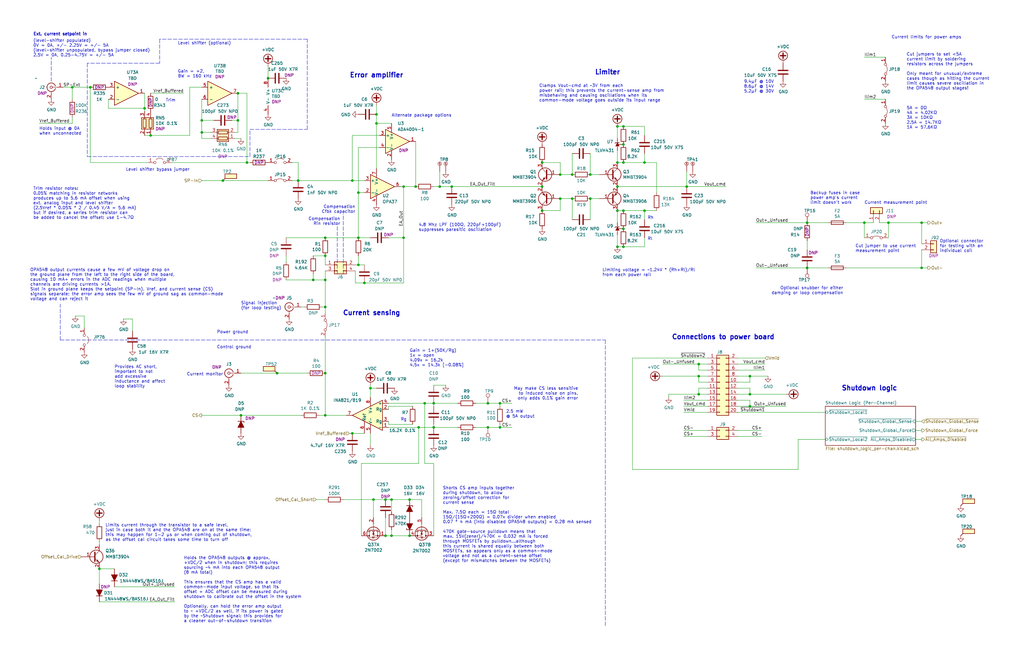
<source format=kicad_sch>
(kicad_sch (version 20211123) (generator eeschema)
  (paper "B")
  (title_block (title "Output Channel") (rev "D3") (company "Martinos Center @ MGH") (comment 1 "Don Straney"))
  (junction (at 151.13 81.28))
  (junction (at 190.5 78.74))
  (junction (at 162.56 226.06))
  (junction (at 248.92 83.82))
  (junction (at 38.1 36.83))
  (junction (at 185.42 78.74))
  (junction (at 262.89 96.52))
  (junction (at 316.23 166.37))
  (junction (at 374.65 93.98))
  (junction (at 172.72 210.82))
  (junction (at 63.5 57.15))
  (junction (at 340.36 93.98))
  (junction (at 236.22 83.82))
  (junction (at 151.13 111.76))
  (junction (at 158.75 52.07))
  (junction (at 104.14 68.58))
  (junction (at 262.89 104.14))
  (junction (at 30.48 36.83))
  (junction (at 316.23 158.75))
  (junction (at 170.18 100.33))
  (junction (at 137.16 175.26))
  (junction (at 294.64 166.37))
  (junction (at 93.98 76.2))
  (junction (at 289.56 78.74))
  (junction (at 388.62 113.03))
  (junction (at 228.6 78.74))
  (junction (at 340.36 113.03))
  (junction (at 137.16 157.48))
  (junction (at 176.53 180.34))
  (junction (at 100.33 39.37))
  (junction (at 172.72 226.06))
  (junction (at 260.35 88.9))
  (junction (at 157.48 210.82))
  (junction (at 388.62 93.98))
  (junction (at 241.3 83.82))
  (junction (at 179.07 170.18))
  (junction (at 236.22 73.66))
  (junction (at 271.78 88.9))
  (junction (at 262.89 53.34))
  (junction (at 116.84 157.48))
  (junction (at 260.35 53.34))
  (junction (at 228.6 68.58))
  (junction (at 60.96 45.72))
  (junction (at 260.35 68.58))
  (junction (at 294.64 153.67))
  (junction (at 241.3 73.66))
  (junction (at 210.82 180.34))
  (junction (at 210.82 170.18))
  (junction (at 101.6 175.26))
  (junction (at 364.49 93.98))
  (junction (at 170.18 78.74))
  (junction (at 151.13 100.33))
  (junction (at 137.16 100.33))
  (junction (at 137.16 107.95))
  (junction (at 41.91 240.03))
  (junction (at 182.88 180.34))
  (junction (at 262.89 68.58))
  (junction (at 162.56 210.82))
  (junction (at 132.08 118.11))
  (junction (at 262.89 60.96))
  (junction (at 175.26 78.74))
  (junction (at 158.75 48.26))
  (junction (at 148.59 76.2))
  (junction (at 228.6 88.9))
  (junction (at 271.78 68.58))
  (junction (at 85.09 50.8))
  (junction (at 156.21 163.83))
  (junction (at 182.88 170.18))
  (junction (at 148.59 182.88))
  (junction (at 294.64 158.75))
  (junction (at 205.74 170.18))
  (junction (at 260.35 78.74))
  (junction (at 137.16 129.54))
  (junction (at 205.74 180.34))
  (junction (at 125.73 76.2))
  (junction (at 262.89 88.9))
  (junction (at 165.1 226.06))
  (junction (at 153.67 119.38))
  (junction (at 316.23 171.45))
  (junction (at 165.1 210.82))
  (junction (at 100.33 50.8))
  (junction (at 113.03 33.02))
  (junction (at 260.35 104.14))
  (junction (at 85.09 55.88))
  (junction (at 137.16 118.11))
  (junction (at 248.92 73.66))
  (wire (pts (xy 289.56 72.39) (xy 289.56 78.74)))
  (wire (pts (xy 113.03 76.2) (xy 93.98 76.2)))
  (wire (pts (xy 271.78 88.9) (xy 262.89 88.9)))
  (wire (pts (xy 215.9 180.34) (xy 210.82 180.34)))
  (wire (pts (xy 281.94 167.64) (xy 281.94 166.37)))
  (wire (pts (xy 356.87 113.03) (xy 388.62 113.03)))
  (wire (pts (xy 266.7 151.13) (xy 298.45 151.13)))
  (wire (pts (xy 294.64 158.75) (xy 298.45 158.75)))
  (wire (pts (xy 187.96 162.56) (xy 182.88 162.56)))
  (wire (pts (xy 340.36 93.98) (xy 349.25 93.98)))
  (wire (pts (xy 85.09 50.8) (xy 85.09 55.88)))
  (wire (pts (xy 205.74 170.18) (xy 210.82 170.18)))
  (wire (pts (xy 170.18 119.38) (xy 170.18 100.33)))
  (wire (pts (xy 134.62 175.26) (xy 137.16 175.26)))
  (wire (pts (xy 30.48 52.07) (xy 30.48 49.53)))
  (wire (pts (xy 100.33 50.8) (xy 100.33 55.88)))
  (wire (pts (xy 137.16 129.54) (xy 137.16 132.08)))
  (wire (pts (xy 276.86 88.9) (xy 271.78 88.9)))
  (wire (pts (xy 311.15 163.83) (xy 316.23 163.83)))
  (wire (pts (xy 30.48 36.83) (xy 38.1 36.83)))
  (wire (pts (xy 151.13 111.76) (xy 153.67 111.76)))
  (wire (pts (xy 170.18 78.74) (xy 175.26 78.74)))
  (wire (pts (xy 236.22 73.66) (xy 241.3 73.66)))
  (wire (pts (xy 262.89 104.14) (xy 271.78 104.14)))
  (wire (pts (xy 120.65 100.33) (xy 137.16 100.33)))
  (wire (pts (xy 120.65 107.95) (xy 120.65 110.49)))
  (wire (pts (xy 179.07 170.18) (xy 182.88 170.18)))
  (wire (pts (xy 137.16 111.76) (xy 137.16 107.95)))
  (wire (pts (xy 173.99 171.45) (xy 163.83 171.45)))
  (wire (pts (xy 137.16 100.33) (xy 151.13 100.33)))
  (wire (pts (xy 41.91 228.6) (xy 41.91 229.87)))
  (wire (pts (xy 177.8 218.44) (xy 177.8 210.82)))
  (wire (pts (xy 294.64 161.29) (xy 294.64 158.75)))
  (wire (pts (xy 340.36 113.03) (xy 349.25 113.03)))
  (wire (pts (xy 298.45 161.29) (xy 294.64 161.29)))
  (wire (pts (xy 388.62 93.98) (xy 391.16 93.98)))
  (wire (pts (xy 289.56 78.74) (xy 260.35 78.74)))
  (wire (pts (xy 241.3 64.77) (xy 241.3 73.66)))
  (wire (pts (xy 172.72 210.82) (xy 177.8 210.82)))
  (wire (pts (xy 153.67 119.38) (xy 170.18 119.38)))
  (wire (pts (xy 35.56 133.35) (xy 35.56 138.43)))
  (wire (pts (xy 60.96 45.72) (xy 60.96 39.37)))
  (wire (pts (xy 316.23 158.75) (xy 311.15 158.75)))
  (polyline (pts (xy 105.41 66.04) (xy 105.41 54.61)))
  (wire (pts (xy 260.35 88.9) (xy 262.89 88.9)))
  (wire (pts (xy 41.91 219.71) (xy 41.91 220.98)))
  (wire (pts (xy 318.77 113.03) (xy 340.36 113.03)))
  (wire (pts (xy 294.64 156.21) (xy 294.64 153.67)))
  (wire (pts (xy 271.78 92.71) (xy 271.78 88.9)))
  (polyline (pts (xy 144.78 115.57) (xy 144.78 90.17)))
  (wire (pts (xy 228.6 78.74) (xy 190.5 78.74)))
  (wire (pts (xy 172.72 226.06) (xy 165.1 226.06)))
  (wire (pts (xy 170.18 78.74) (xy 168.91 78.74)))
  (wire (pts (xy 241.3 92.71) (xy 241.3 83.82)))
  (wire (pts (xy 101.6 175.26) (xy 127 175.26)))
  (wire (pts (xy 158.75 163.83) (xy 156.21 163.83)))
  (wire (pts (xy 80.01 57.15) (xy 80.01 36.83)))
  (wire (pts (xy 311.15 181.61) (xy 321.31 181.61)))
  (wire (pts (xy 45.72 45.72) (xy 60.96 45.72)))
  (wire (pts (xy 236.22 68.58) (xy 236.22 73.66)))
  (wire (pts (xy 185.42 78.74) (xy 190.5 78.74)))
  (wire (pts (xy 298.45 156.21) (xy 294.64 156.21)))
  (wire (pts (xy 288.29 173.99) (xy 298.45 173.99)))
  (wire (pts (xy 135.89 129.54) (xy 137.16 129.54)))
  (wire (pts (xy 52.07 134.62) (xy 55.88 134.62)))
  (wire (pts (xy 364.49 41.91) (xy 373.38 41.91)))
  (wire (pts (xy 93.98 76.2) (xy 85.09 76.2)))
  (wire (pts (xy 30.48 52.07) (xy 16.51 52.07)))
  (wire (pts (xy 123.19 68.58) (xy 125.73 68.58)))
  (wire (pts (xy 151.13 81.28) (xy 153.67 81.28)))
  (wire (pts (xy 388.62 185.42) (xy 386.08 185.42)))
  (wire (pts (xy 248.92 83.82) (xy 252.73 83.82)))
  (wire (pts (xy 157.48 210.82) (xy 162.56 210.82)))
  (wire (pts (xy 311.15 184.15) (xy 321.31 184.15)))
  (wire (pts (xy 148.59 76.2) (xy 153.67 76.2)))
  (wire (pts (xy 163.83 170.18) (xy 179.07 170.18)))
  (wire (pts (xy 262.89 68.58) (xy 271.78 68.58)))
  (wire (pts (xy 311.15 153.67) (xy 322.58 153.67)))
  (wire (pts (xy 137.16 114.3) (xy 137.16 118.11)))
  (wire (pts (xy 100.33 39.37) (xy 100.33 50.8)))
  (wire (pts (xy 276.86 68.58) (xy 276.86 81.28)))
  (wire (pts (xy 316.23 171.45) (xy 331.47 171.45)))
  (wire (pts (xy 132.08 118.11) (xy 137.16 118.11)))
  (wire (pts (xy 116.84 157.48) (xy 101.6 157.48)))
  (wire (pts (xy 163.83 179.07) (xy 173.99 179.07)))
  (wire (pts (xy 200.66 180.34) (xy 205.74 180.34)))
  (wire (pts (xy 162.56 218.44) (xy 162.56 226.06)))
  (wire (pts (xy 228.6 88.9) (xy 236.22 88.9)))
  (wire (pts (xy 158.75 48.26) (xy 158.75 52.07)))
  (wire (pts (xy 85.09 55.88) (xy 85.09 58.42)))
  (wire (pts (xy 266.7 151.13) (xy 266.7 198.12)))
  (polyline (pts (xy 36.83 26.67) (xy 36.83 66.04)))
  (wire (pts (xy 146.05 175.26) (xy 137.16 175.26)))
  (wire (pts (xy 158.75 44.45) (xy 158.75 48.26)))
  (wire (pts (xy 104.14 39.37) (xy 100.33 39.37)))
  (wire (pts (xy 165.1 210.82) (xy 172.72 210.82)))
  (wire (pts (xy 260.35 58.42) (xy 260.35 53.34)))
  (polyline (pts (xy 21.59 34.29) (xy 21.59 24.13)))
  (wire (pts (xy 156.21 187.96) (xy 156.21 182.88)))
  (wire (pts (xy 163.83 180.34) (xy 176.53 180.34)))
  (wire (pts (xy 148.59 76.2) (xy 148.59 57.15)))
  (wire (pts (xy 311.15 171.45) (xy 316.23 171.45)))
  (wire (pts (xy 41.91 246.38) (xy 41.91 240.03)))
  (wire (pts (xy 176.53 195.58) (xy 176.53 180.34)))
  (wire (pts (xy 271.78 57.15) (xy 271.78 53.34)))
  (wire (pts (xy 182.88 179.07) (xy 182.88 180.34)))
  (wire (pts (xy 311.15 151.13) (xy 322.58 151.13)))
  (wire (pts (xy 182.88 171.45) (xy 182.88 170.18)))
  (wire (pts (xy 215.9 170.18) (xy 210.82 170.18)))
  (wire (pts (xy 386.08 177.8) (xy 388.62 177.8)))
  (wire (pts (xy 388.62 181.61) (xy 386.08 181.61)))
  (wire (pts (xy 41.91 254) (xy 73.66 254)))
  (polyline (pts (xy 67.31 16.51) (xy 67.31 26.67)))
  (wire (pts (xy 133.35 210.82) (xy 137.16 210.82)))
  (wire (pts (xy 289.56 78.74) (xy 306.07 78.74)))
  (wire (pts (xy 248.92 73.66) (xy 252.73 73.66)))
  (wire (pts (xy 127 129.54) (xy 128.27 129.54)))
  (wire (pts (xy 210.82 179.07) (xy 210.82 180.34)))
  (wire (pts (xy 388.62 102.87) (xy 388.62 93.98)))
  (wire (pts (xy 165.1 223.52) (xy 165.1 226.06)))
  (wire (pts (xy 148.59 57.15) (xy 160.02 57.15)))
  (wire (pts (xy 72.39 68.58) (xy 104.14 68.58)))
  (wire (pts (xy 85.09 41.91) (xy 85.09 50.8)))
  (wire (pts (xy 147.32 182.88) (xy 148.59 182.88)))
  (wire (pts (xy 260.35 53.34) (xy 262.89 53.34)))
  (wire (pts (xy 157.48 210.82) (xy 157.48 218.44)))
  (wire (pts (xy 340.36 105.41) (xy 340.36 101.6)))
  (wire (pts (xy 210.82 171.45) (xy 210.82 170.18)))
  (wire (pts (xy 323.85 158.75) (xy 316.23 158.75)))
  (wire (pts (xy 260.35 68.58) (xy 262.89 68.58)))
  (wire (pts (xy 60.96 45.72) (xy 60.96 46.99)))
  (wire (pts (xy 182.88 78.74) (xy 185.42 78.74)))
  (wire (pts (xy 132.08 115.57) (xy 132.08 118.11)))
  (wire (pts (xy 182.88 195.58) (xy 182.88 226.06)))
  (wire (pts (xy 156.21 162.56) (xy 156.21 163.83)))
  (polyline (pts (xy 25.4 143.51) (xy 255.27 143.51)))
  (polyline (pts (xy 67.31 26.67) (xy 36.83 26.67)))
  (wire (pts (xy 137.16 118.11) (xy 137.16 129.54)))
  (wire (pts (xy 260.35 104.14) (xy 262.89 104.14)))
  (wire (pts (xy 132.08 107.95) (xy 137.16 107.95)))
  (polyline (pts (xy 36.83 66.04) (xy 105.41 66.04)))
  (wire (pts (xy 97.79 50.8) (xy 100.33 50.8)))
  (wire (pts (xy 271.78 53.34) (xy 262.89 53.34)))
  (wire (pts (xy 163.83 177.8) (xy 163.83 179.07)))
  (wire (pts (xy 298.45 181.61) (xy 288.29 181.61)))
  (wire (pts (xy 158.75 71.12) (xy 158.75 52.07)))
  (wire (pts (xy 311.15 173.99) (xy 347.98 173.99)))
  (wire (pts (xy 266.7 198.12) (xy 336.55 198.12)))
  (wire (pts (xy 228.6 68.58) (xy 236.22 68.58)))
  (wire (pts (xy 236.22 83.82) (xy 241.3 83.82)))
  (wire (pts (xy 316.23 166.37) (xy 311.15 166.37)))
  (wire (pts (xy 179.07 195.58) (xy 182.88 195.58)))
  (wire (pts (xy 125.73 76.2) (xy 148.59 76.2)))
  (wire (pts (xy 31.75 133.35) (xy 35.56 133.35)))
  (wire (pts (xy 163.83 171.45) (xy 163.83 172.72)))
  (wire (pts (xy 200.66 170.18) (xy 205.74 170.18)))
  (wire (pts (xy 63.5 57.15) (xy 60.96 57.15)))
  (wire (pts (xy 55.88 134.62) (xy 55.88 139.7)))
  (wire (pts (xy 63.5 39.37) (xy 77.47 39.37)))
  (wire (pts (xy 298.45 184.15) (xy 288.29 184.15)))
  (wire (pts (xy 271.78 104.14) (xy 271.78 100.33)))
  (wire (pts (xy 260.35 93.98) (xy 260.35 88.9)))
  (wire (pts (xy 63.5 57.15) (xy 80.01 57.15)))
  (wire (pts (xy 370.84 93.98) (xy 374.65 93.98)))
  (wire (pts (xy 311.15 168.91) (xy 316.23 168.91)))
  (wire (pts (xy 281.94 166.37) (xy 294.64 166.37)))
  (wire (pts (xy 152.4 195.58) (xy 176.53 195.58)))
  (wire (pts (xy 26.67 36.83) (xy 30.48 36.83)))
  (wire (pts (xy 104.14 68.58) (xy 105.41 68.58)))
  (polyline (pts (xy 105.41 54.61) (xy 129.54 54.61)))
  (wire (pts (xy 125.73 68.58) (xy 125.73 76.2)))
  (wire (pts (xy 170.18 100.33) (xy 170.18 78.74)))
  (wire (pts (xy 294.64 163.83) (xy 294.64 166.37)))
  (wire (pts (xy 156.21 100.33) (xy 151.13 100.33)))
  (wire (pts (xy 158.75 52.07) (xy 165.1 52.07)))
  (wire (pts (xy 279.4 153.67) (xy 294.64 153.67)))
  (polyline (pts (xy 129.54 16.51) (xy 67.31 16.51)))
  (wire (pts (xy 182.88 180.34) (xy 193.04 180.34)))
  (wire (pts (xy 316.23 161.29) (xy 316.23 158.75)))
  (wire (pts (xy 156.21 167.64) (xy 156.21 163.83)))
  (wire (pts (xy 374.65 100.33) (xy 374.65 93.98)))
  (wire (pts (xy 163.83 100.33) (xy 170.18 100.33)))
  (polyline (pts (xy 25.4 143.51) (xy 25.4 128.27)))
  (wire (pts (xy 151.13 100.33) (xy 151.13 81.28)))
  (wire (pts (xy 104.14 68.58) (xy 104.14 39.37)))
  (wire (pts (xy 148.59 182.88) (xy 153.67 182.88)))
  (polyline (pts (xy 142.24 115.57) (xy 142.24 95.25)))
  (wire (pts (xy 298.45 163.83) (xy 294.64 163.83)))
  (wire (pts (xy 151.13 62.23) (xy 151.13 81.28)))
  (wire (pts (xy 364.49 100.33) (xy 364.49 93.98)))
  (wire (pts (xy 294.64 166.37) (xy 298.45 166.37)))
  (wire (pts (xy 123.19 76.2) (xy 125.73 76.2)))
  (wire (pts (xy 336.55 185.42) (xy 347.98 185.42)))
  (wire (pts (xy 374.65 93.98) (xy 388.62 93.98)))
  (wire (pts (xy 99.06 58.42) (xy 101.6 58.42)))
  (wire (pts (xy 364.49 93.98) (xy 368.3 93.98)))
  (wire (pts (xy 48.26 247.65) (xy 73.66 247.65)))
  (wire (pts (xy 311.15 161.29) (xy 316.23 161.29)))
  (wire (pts (xy 294.64 153.67) (xy 298.45 153.67)))
  (wire (pts (xy 90.17 50.8) (xy 85.09 50.8)))
  (wire (pts (xy 176.53 180.34) (xy 182.88 180.34)))
  (wire (pts (xy 279.4 158.75) (xy 294.64 158.75)))
  (polyline (pts (xy 129.54 54.61) (xy 129.54 16.51)))
  (wire (pts (xy 144.78 210.82) (xy 157.48 210.82)))
  (wire (pts (xy 260.35 63.5) (xy 260.35 68.58)))
  (wire (pts (xy 182.88 170.18) (xy 193.04 170.18)))
  (wire (pts (xy 45.72 41.91) (xy 45.72 45.72)))
  (wire (pts (xy 236.22 88.9) (xy 236.22 83.82)))
  (polyline (pts (xy 255.27 143.51) (xy 255.27 264.16)))
  (wire (pts (xy 149.86 111.76) (xy 151.13 111.76)))
  (wire (pts (xy 30.48 41.91) (xy 30.48 36.83)))
  (wire (pts (xy 388.62 113.03) (xy 391.16 113.03)))
  (wire (pts (xy 116.84 157.48) (xy 129.54 157.48)))
  (wire (pts (xy 162.56 210.82) (xy 165.1 210.82)))
  (wire (pts (xy 151.13 111.76) (xy 151.13 107.95)))
  (wire (pts (xy 260.35 99.06) (xy 260.35 104.14)))
  (wire (pts (xy 99.06 55.88) (xy 100.33 55.88)))
  (wire (pts (xy 248.92 83.82) (xy 248.92 92.71)))
  (wire (pts (xy 85.09 175.26) (xy 101.6 175.26)))
  (wire (pts (xy 356.87 93.98) (xy 364.49 93.98)))
  (wire (pts (xy 149.86 114.3) (xy 149.86 119.38)))
  (wire (pts (xy 311.15 156.21) (xy 322.58 156.21)))
  (wire (pts (xy 336.55 198.12) (xy 336.55 185.42)))
  (wire (pts (xy 288.29 171.45) (xy 298.45 171.45)))
  (wire (pts (xy 38.1 68.58) (xy 62.23 68.58)))
  (wire (pts (xy 152.4 226.06) (xy 152.4 195.58)))
  (wire (pts (xy 388.62 105.41) (xy 388.62 113.03)))
  (wire (pts (xy 316.23 168.91) (xy 316.23 171.45)))
  (wire (pts (xy 179.07 170.18) (xy 179.07 195.58)))
  (wire (pts (xy 165.1 226.06) (xy 162.56 226.06)))
  (wire (pts (xy 137.16 142.24) (xy 137.16 157.48)))
  (wire (pts (xy 316.23 163.83) (xy 316.23 166.37)))
  (wire (pts (xy 160.02 62.23) (xy 151.13 62.23)))
  (wire (pts (xy 80.01 36.83) (xy 85.09 36.83)))
  (wire (pts (xy 185.42 72.39) (xy 185.42 78.74)))
  (wire (pts (xy 288.29 168.91) (xy 298.45 168.91)))
  (wire (pts (xy 137.16 157.48) (xy 137.16 175.26)))
  (wire (pts (xy 88.9 55.88) (xy 85.09 55.88)))
  (wire (pts (xy 364.49 24.13) (xy 373.38 24.13)))
  (wire (pts (xy 271.78 68.58) (xy 271.78 64.77)))
  (wire (pts (xy 48.26 240.03) (xy 41.91 240.03)))
  (wire (pts (xy 120.65 118.11) (xy 132.08 118.11)))
  (wire (pts (xy 318.77 93.98) (xy 340.36 93.98)))
  (wire (pts (xy 331.47 166.37) (xy 316.23 166.37)))
  (wire (pts (xy 85.09 58.42) (xy 88.9 58.42)))
  (wire (pts (xy 165.1 215.9) (xy 165.1 210.82)))
  (wire (pts (xy 248.92 73.66) (xy 248.92 64.77)))
  (wire (pts (xy 149.86 119.38) (xy 153.67 119.38)))
  (wire (pts (xy 205.74 180.34) (xy 210.82 180.34)))
  (wire (pts (xy 175.26 78.74) (xy 175.26 59.69)))
  (wire (pts (xy 38.1 36.83) (xy 38.1 68.58)))
  (wire (pts (xy 276.86 68.58) (xy 271.78 68.58)))
  (wire (pts (xy 113.03 27.94) (xy 113.03 33.02)))
  (text "Clamps Vout-cmd at ~3V from each\npower rail; this prevents the current-sense amp from\nmisbehaving and causing oscillations when its\ncommon-mode voltage goes outside its input range" (at 227.33 43.18 0) (effects (font (size 1.27 1.27)) (justify left bottom)))
  (text "Optional connector\nfor testing with an\nindividual coil" (at 396.24 106.68 0) (effects (font (size 1.27 1.27)) (justify left bottom)))
  (text "Rl" (at 273.05 101.6 0) (effects (font (size 1.27 1.27)) (justify left bottom)))
  (text "Compensation\nCfbk capacitor" (at 149.86 90.17 180) (effects (font (size 1.27 1.27)) (justify right bottom)))
  (text "Limiter" (at 261.62 31.75 180) (effects (font (size 2.0066 2.0066) (thickness 0.4013) bold) (justify right bottom)))
  (text "Trim resistor notes:\n0.05% matching in resistor networks\nproduces up to 5.6 mA offset when using\next. analog input and level shifter\n(2.5Vref * 0.05% * 2 / 0.45 V/A = 5.6 mA)\nbut if desired, a series trim resistor can\nbe added to cancel the offset: use 1-4.7Ω" (at 13.97 92.71 0) (effects (font (size 1.27 1.27)) (justify left bottom)))
  (text "Signal injection\n(for loop testing)" (at 101.6 130.81 0) (effects (font (size 1.27 1.27)) (justify left bottom)))
  (text "Shorts CS amp inputs together\nduring shutdown, to allow\nzeroing/offset correction for\ncurrent sense\n\nMax. 7.5Ω each = 15Ω total\n15Ω/(15Ω+200Ω) = 0.07x divider when enabled\n0.07 * 4 mA (into disabled OPA548 outputs) = 0.28 mA sensed\n\n470K gate-source pulldown means that\nmax. 15V(zener)/470K = 0.032 mA is forced\nthrough MOSFETs by pulldown...although\nthis current is shared equally between both\nMOSFETs, so appears only as a common-mode\nvoltage and not as a current-sense offset\n(except for mismatches between the MOSFETs)" (at 186.69 237.49 0) (effects (font (size 1.27 1.27)) (justify left bottom)))
  (text "Rh" (at 273.05 92.71 0) (effects (font (size 1.27 1.27)) (justify left bottom)))
  (text "Current limits for power amps" (at 375.92 16.51 0) (effects (font (size 1.27 1.27)) (justify left bottom)))
  (text "Cut jumpers to set <5A\ncurrent limit by soldering\nresistors across the jumpers\n\nOnly meant for unusual/extreme\ncases though as hitting the current\nlimit causes severe oscillation in\nthe OPA548 output stages!" (at 382.27 38.1 0) (effects (font (size 1.27 1.27)) (justify left bottom)))
  (text "Current monitor" (at 78.74 158.75 0) (effects (font (size 1.27 1.27)) (justify left bottom)))
  (text "9.4µF @ 10V\n8.6µF @ 14V\n5.2µF @ 30V" (at 313.69 39.37 0) (effects (font (size 1.27 1.27)) (justify left bottom)))
  (text "Power ground" (at 91.44 140.97 0) (effects (font (size 1.27 1.27)) (justify left bottom)))
  (text "Provides AC short,\nimportant to not\nadd excessive\ninductance and affect\nloop stability" (at 48.26 163.83 0) (effects (font (size 1.27 1.27)) (justify left bottom)))
  (text "May make CS less sensitive\nto induced noise on pins,\nonly adds 0.1% gain error" (at 243.84 168.91 180) (effects (font (size 1.27 1.27)) (justify right bottom)))
  (text "4.8 Mhz LPF (100Ω, 220pF+100pF)\nsuppresses parasitic oscillation" (at 176.53 97.79 0) (effects (font (size 1.27 1.27)) (justify left bottom)))
  (text "Optional snubber for either\ndamping or loop compensation" (at 355.6 124.46 180) (effects (font (size 1.27 1.27)) (justify right bottom)))
  (text "Limits current through the transistor to a safe level,\njust in case both it and the OPA548 are on at the same time:\nthis may happen for 1-2 µs or when coming out of shutdown,\nas the offset cal circuit takes some time to turn off" (at 44.45 228.6 0) (effects (font (size 1.27 1.27)) (justify left bottom)))
  (text "Connections to power board" (at 283.21 143.51 0) (effects (font (size 2.0066 2.0066) (thickness 0.4013) bold) (justify left bottom)))
  (text "Gain = 1+(50K/Rg)\n1x = open\n4.09x = 16.2k\n4.5x = 14.3k [-0.08%]" (at 172.72 154.94 0) (effects (font (size 1.27 1.27)) (justify left bottom)))
  (text "Holds input @ 0A\nwhen unconnected" (at 16.51 57.15 0) (effects (font (size 1.27 1.27)) (justify left bottom)))
  (text "Compensation\nRin resistor" (at 143.51 95.25 180) (effects (font (size 1.27 1.27)) (justify right bottom)))
  (text "Level shifter bypass jumper" (at 80.01 72.39 180) (effects (font (size 1.27 1.27)) (justify right bottom)))
  (text "Alternate package options" (at 165.1 49.53 0) (effects (font (size 1.27 1.27)) (justify left bottom)))
  (text "Trim" (at 69.85 43.18 0) (effects (font (size 1.27 1.27)) (justify left bottom)))
  (text "Current measurement point" (at 364.49 86.36 0) (effects (font (size 1.27 1.27)) (justify left bottom)))
  (text "Limiting voltage = ~1.24V * (Rh+Rl)/Rl\nfrom each power rail" (at 254 116.84 0) (effects (font (size 1.27 1.27)) (justify left bottom)))
  (text "Control ground" (at 91.44 147.32 0) (effects (font (size 1.27 1.27)) (justify left bottom)))
  (text "5A = 0Ω\n4A = 4.02KΩ\n3A = 10KΩ\n2.5A = 14.7KΩ\n1A = 57.6KΩ" (at 382.27 54.61 0) (effects (font (size 1.27 1.27)) (justify left bottom)))
  (text "Cut jumper to use current\nmeasurement point" (at 360.68 106.68 0) (effects (font (size 1.27 1.27)) (justify left bottom)))
  (text "Ext. current setpoint in" (at 13.97 15.24 0) (effects (font (size 1.27 1.27) (thickness 0.254) bold) (justify left bottom)))
  (text "(level-shifter populated)\n0V = 0A, +/- 2.25V = +/- 5A\n(level-shifter unpopulated, bypass jumper closed)\n2.5V = 0A, 0.25-4.75V = +/- 5A" (at 13.97 24.13 0) (effects (font (size 1.27 1.27)) (justify left bottom)))
  (text "2.5 mW\n@ 5A output" (at 213.36 176.53 0) (effects (font (size 1.27 1.27)) (justify left bottom)))
  (text "OPA548 output currents cause a few mV of voltage drop on\nthe ground plane from the left to the right side of the board,\ncausing 10 mA+ errors in the ADC readings when multiple\nchannels are driving currents >1A.\nSlot in ground plane keeps the setpoint (SP-In), Vref, and current sense (CS)\nsignals separate; the error amp sees the few mV of ground sag as common-mode\nvoltage and can reject it" (at 12.7 127 0) (effects (font (size 1.27 1.27)) (justify left bottom)))
  (text "Gain = +2,\nBW = 160 kHz" (at 74.93 33.02 0) (effects (font (size 1.27 1.27)) (justify left bottom)))
  (text "Level shifter (optional)" (at 74.93 19.05 0) (effects (font (size 1.27 1.27)) (justify left bottom)))
  (text "Backup fuses in case\npower amp's current\nlimit doesn't work" (at 341.63 86.36 0) (effects (font (size 1.27 1.27)) (justify left bottom)))
  (text "Rg" (at 168.91 177.8 0) (effects (font (size 1.27 1.27)) (justify left bottom)))
  (text "Current sensing" (at 168.91 133.35 180) (effects (font (size 2.0066 2.0066) (thickness 0.4013) bold) (justify right bottom)))
  (text "Error amplifier" (at 170.18 33.02 180) (effects (font (size 2.0066 2.0066) (thickness 0.4013) bold) (justify right bottom)))
  (text "Holds the OPA548 outputs @ approx.\n+VDC/2 when in shutdown; this requires\nsourcing ~4 mA into each OPA548 output\n(8 mA total)\n\nThis ensures that the CS amp has a valid\ncommon-mode input voltage, so that its\noffset + ADC offset can be measured during\nshutdown to calibrate out the offset in the system\n\nOptionally, can hold the error amp output\nto ~ +VDC/2 as well, if its power is gated\nby the ~Shutdown signal: this provides for\na cleaner out-of-shutdown transition" (at 77.47 262.89 0) (effects (font (size 1.27 1.27)) (justify left bottom)))
  (text "Shutdown logic" (at 378.46 165.1 180) (effects (font (size 2.0066 2.0066) (thickness 0.4013) bold) (justify right bottom)))
  (label "Vout_cmd" (at 306.07 78.74 180))
  (label "Out-_Unfused" (at 318.77 113.03 0))
  (label "EA_Out_Filt" (at 73.66 254 180))
  (label "CS-" (at 215.9 180.34 180))
  (label "~{Shutdown1}" (at 322.58 173.99 180))
  (label "EA_Out" (at 170.18 88.9 270))
  (label "Out-_Unfused" (at 279.4 153.67 0))
  (label "CS+" (at 215.9 170.18 180))
  (label "CS+" (at 321.31 181.61 180))
  (label "Ilim1" (at 364.49 24.13 0))
  (label "CS-" (at 288.29 181.61 0))
  (label "Vref_Buffered" (at 16.51 52.07 0))
  (label "Vmid" (at 288.29 173.99 0))
  (label "Out+_Unfused" (at 318.77 93.98 0))
  (label "Out+_Unfused" (at 331.47 171.45 180))
  (label "Ilim2" (at 288.29 168.91 0))
  (label "Vout_cmd" (at 288.29 171.45 0))
  (label "Out+_Unfused" (at 73.66 247.65 180))
  (label "CS+" (at 288.29 184.15 0))
  (label "CS-" (at 321.31 184.15 180))
  (label "EA_Out_Filt" (at 198.12 78.74 0))
  (label "~{Shutdown2}" (at 287.02 151.13 0))
  (label "Ilim1" (at 322.58 156.21 180))
  (label "SP-Ext" (at 26.67 36.83 0))
  (label "Ilim2" (at 364.49 41.91 0))
  (label "Vref_Buffered" (at 77.47 39.37 180))
  (label "Vout_cmd" (at 322.58 153.67 180))
  (hierarchical_label "SP-In" (shape input) (at 85.09 76.2 180))
  (hierarchical_label "Offset_Cal_Drive" (shape input) (at 34.29 234.95 180))
  (hierarchical_label "Vref_Buffered" (shape input) (at 147.32 182.88 180))
  (hierarchical_label "~{Shutdown_Global_Sense}" (shape input) (at 388.62 177.8 0))
  (hierarchical_label "~{All_Amps_Disabled}" (shape output) (at 388.62 185.42 0))
  (hierarchical_label "Out+" (shape output) (at 391.16 93.98 0))
  (hierarchical_label "Out-" (shape output) (at 391.16 113.03 0))
  (hierarchical_label "Offset_Cal_Short" (shape input) (at 133.35 210.82 180))
  (hierarchical_label "CS" (shape output) (at 85.09 175.26 180))
  (hierarchical_label "Shutdown_Global_Force" (shape output) (at 388.62 181.61 0))
  (hierarchical_label "Vmid" (shape input) (at 322.58 151.13 0))
  (symbol (lib_id "Amplifier_Operational:MCP601-xOT") (at 167.64 59.69 0) (unit 1)
    (property "Reference" "U3" (at 167.64 52.07 0) (effects (justify left)))
    (property "Value" "ADA4004-1" (at 167.64 54.61 0) (effects (justify left)))
    (property "Footprint" "Martinos_std:SOT-23-5" (effects hide))
    (property "DNP" "DNP" (at 170.18 63.5 0))
    (property "Type" "SMT" (effects hide))
  )
  (symbol (lib_id "Device:C") (at 154.94 48.26 90) (unit 1)
    (property "Reference" "C6" (at 153.67 41.91 90))
    (property "Value" "1uF 50V X7R" (at 151.13 44.45 90))
    (property "Footprint" "Capacitor_SMD:C_0805_2012Metric" (effects hide))
    (property "Manufacturer" "Kemet" (effects hide))
    (property "Part Number" "C0805C105K3RACTU" (effects hide))
    (property "Type" "SMT" (effects hide))
  )
  (symbol (lib_id "Device:R") (at 137.16 104.14 0) (mirror x) (unit 1)
    (property "Reference" "R1" (at 135.382 102.9716 0) (effects (justify right)))
    (property "Value" "100" (at 135.382 105.283 0) (effects (justify right)))
    (property "Footprint" "Resistor_SMD:R_0805_2012Metric" (effects hide))
    (property "Type" "SMT" (effects hide))
    (property "Manufacturer" "KOA Speer" (effects hide))
    (property "Part Number" "RK73H2ATTD1000F" (effects hide))
  )
  (symbol (lib_id "Device:R") (at 120.65 114.3 0) (mirror x) (unit 1)
    (property "Reference" "R5" (at 118.872 113.1316 0) (effects (justify right)))
    (property "Value" "DNP" (at 118.872 115.443 0) (effects (justify right)))
    (property "Footprint" "Resistor_SMD:R_0805_2012Metric" (effects hide))
    (property "DNP" "DNP" (at 116.84 118.11 0))
    (property "Type" "SMT" (effects hide))
  )
  (symbol (lib_id "Device:C") (at 120.65 104.14 0) (mirror y) (unit 1)
    (property "Reference" "C5" (at 115.57 102.87 0))
    (property "Value" "DNP" (at 115.57 105.41 0))
    (property "Footprint" "Capacitor_SMD:C_0603_1608Metric" (effects hide))
    (property "DNP" "DNP" (at 115.57 107.95 0))
    (property "Type" "SMT" (effects hide))
  )
  (symbol (lib_id "Device:C") (at 160.02 100.33 270) (unit 1)
    (property "Reference" "C7" (at 160.02 93.98 90))
    (property "Value" "DNP" (at 160.02 96.52 90))
    (property "Footprint" "Capacitor_SMD:C_0603_1608Metric" (effects hide))
    (property "DNP" "DNP" (at 163.83 99.06 90))
    (property "Type" "SMT" (effects hide))
  )
  (symbol (lib_id "Device:C") (at 153.67 115.57 180) (unit 1)
    (property "Reference" "C9" (at 158.75 115.57 0))
    (property "Value" "20pF 50V NP0" (at 162.56 118.11 0))
    (property "Footprint" "Capacitor_SMD:C_0603_1608Metric" (effects hide))
    (property "Type" "SMT" (effects hide))
    (property "Manufacturer" "Kemet" (effects hide))
    (property "Part Number" "C0603C200J5GACTU" (effects hide))
  )
  (symbol (lib_id "Device:R") (at 151.13 104.14 0) (unit 1)
    (property "Reference" "R6" (at 154.94 102.87 0))
    (property "Value" "20K" (at 154.94 105.41 0))
    (property "Footprint" "Resistor_SMD:R_0805_2012Metric" (effects hide))
    (property "Type" "SMT" (effects hide))
    (property "Manufacturer" "KOA Speer" (effects hide))
    (property "Part Number" "RK73H2ATTE2002F" (effects hide))
  )
  (symbol (lib_id "Don:INA821_INA819") (at 156.21 175.26 0) (mirror y) (unit 1)
    (property "Reference" "U1" (at 151.13 166.37 0) (effects (justify left)))
    (property "Value" "INA821/819" (at 152.4 168.91 0) (effects (justify left)))
    (property "Footprint" "Don_std:SOIC-8_3.9x4.9mm_P1.27mm" (effects hide))
    (property "Manufacturer" "Texas Instruments" (effects hide))
    (property "Part Number" "INA821ID" (effects hide))
    (property "Type" "SMT" (effects hide))
    (property "Manufacturer Alt." "Texas Instruments" (effects hide))
    (property "Part Number Alt." "INA821IDR, INA819ID, INA819IDR" (effects hide))
  )
  (symbol (lib_id "Device:R") (at 173.99 175.26 0) (unit 1)
    (property "Reference" "R7" (at 172.212 174.0916 0) (effects (justify right)))
    (property "Value" "16.2K 0.1%" (at 175.26 181.61 0) (effects (justify right)))
    (property "Footprint" "Resistor_SMD:R_0805_2012Metric" (effects hide))
    (property "Type" "SMT" (effects hide))
    (property "Manufacturer" "Vishay" (effects hide))
    (property "Part Number" "TNPW080516K2BEEN" (effects hide))
  )
  (symbol (lib_id "Device:C") (at 162.56 163.83 90) (unit 1)
    (property "Reference" "C8" (at 165.1 157.48 90) (effects (justify left)))
    (property "Value" "1uF 50V X7R" (at 171.45 160.02 90) (effects (justify left)))
    (property "Footprint" "Capacitor_SMD:C_0805_2012Metric" (effects hide))
    (property "Manufacturer" "Kemet" (effects hide))
    (property "Part Number" "C0805C105K3RACTU" (effects hide))
    (property "Type" "SMT" (effects hide))
  )
  (symbol (lib_id "power:+VDC") (at 156.21 162.56 0) (mirror y) (unit 1)
    (property "Reference" "#PWR0116" (effects hide))
    (property "Value" "+VDC" (at 156.21 155.575 0))
  )
  (symbol (lib_id "Connector:Conn_Coaxial") (at 21.59 36.83 0) (mirror y) (unit 1)
    (property "Reference" "J2" (at 17.78 36.83 0))
    (property "Value" "~" (at 15.24 33.02 0))
    (property "Footprint" "Connector_Coaxial:SMA_Amphenol_132134_Vertical" (effects hide))
    (property "Datasheet" " ~" (effects hide))
    (property "Manufacturer" "Amphenol" (effects hide))
    (property "Part Number" "132134" (effects hide))
    (property "DNP" "DNP" (at 17.78 39.37 0))
    (property "Type" "Through-hole" (effects hide))
  )
  (symbol (lib_id "Connector:Conn_Coaxial") (at 96.52 157.48 0) (mirror y) (unit 1)
    (property "Reference" "J3" (at 96.52 153.67 0))
    (property "Value" "~" (at 92.71 154.94 0))
    (property "Footprint" "Connector_Coaxial:SMA_Amphenol_132134_Vertical" (effects hide))
    (property "Datasheet" " ~" (effects hide))
    (property "Manufacturer" "Amphenol" (effects hide))
    (property "Part Number" "132134" (effects hide))
    (property "DNP" "DNP" (at 91.44 154.94 0))
    (property "Type" "Through-hole" (effects hide))
  )
  (symbol (lib_id "Device:R") (at 133.35 157.48 90) (mirror x) (unit 1)
    (property "Reference" "R4" (at 133.35 152.2222 90))
    (property "Value" "100" (at 133.35 154.5336 90))
    (property "Footprint" "Resistor_SMD:R_0805_2012Metric" (effects hide))
    (property "Type" "SMT" (effects hide))
    (property "Manufacturer" "KOA Speer" (effects hide))
    (property "Part Number" "RK73H2ATTD1000F" (effects hide))
    (property "DNP" "DNP" (at 133.35 157.48 90))
  )
  (symbol (lib_id "Device:R") (at 179.07 78.74 270) (unit 1)
    (property "Reference" "R8" (at 179.07 81.28 90))
    (property "Value" "100" (at 179.07 83.82 90))
    (property "Footprint" "Resistor_SMD:R_0805_2012Metric" (effects hide))
    (property "Type" "SMT" (effects hide))
    (property "Manufacturer" "KOA Speer" (effects hide))
    (property "Part Number" "RK73H2ATTD1000F" (effects hide))
  )
  (symbol (lib_id "Connector_Generic:Conn_02x02_Odd_Even") (at 303.53 181.61 0) (unit 1)
    (property "Reference" "J9" (at 303.53 179.07 0) (effects (justify left)))
    (property "Value" "Conn_02x02" (effects hide))
    (property "Footprint" "Martinos:PinSocket_2x02_P2.54mm_Vertical_SMD_BotEntry_Pin" (effects hide))
    (property "Type" "SMT" (effects hide))
    (property "Manufacturer" "Harwin" (effects hide))
    (property "Manufacturer Alt." "Samtec" (effects hide))
    (property "Part Number" "M20-7810245 / M20-7810245R" (effects hide))
    (property "Part Number Alt." "HLE-102-02-L-DV / HLE-102-02-F-DV / HLE-102-02-G-DV / HLE-102-02-S-DV / HLE-102-02-SM-DV / HLE-102-02-H-DV" (effects hide))
  )
  (symbol (lib_id "Device:R") (at 210.82 175.26 0) (unit 1)
    (property "Reference" "R11" (at 209.042 174.0916 0) (effects (justify right)))
    (property "Value" "100" (at 209.042 176.403 0) (effects (justify right)))
    (property "Footprint" "Resistor_SMD:R_0805_2012Metric" (effects hide))
    (property "Type" "SMT" (effects hide))
    (property "Manufacturer" "KOA Speer" (effects hide))
    (property "Part Number" "RK73H2ATTD1000F" (effects hide))
  )
  (symbol (lib_id "Connector_Generic:Conn_02x10_Odd_Even") (at 303.53 161.29 0) (unit 1)
    (property "Reference" "J8" (at 303.53 148.59 0))
    (property "Value" "Conn_02x10_Odd_Even" (effects hide))
    (property "Footprint" "Martinos:PinSocket_2x10_P2.54mm_Vertical_SMD_BotEntry_Pin" (effects hide))
    (property "Type" "SMT" (effects hide))
    (property "Manufacturer" "Harwin" (effects hide))
    (property "Manufacturer Alt." "Samtec" (effects hide))
    (property "Part Number" "M20-7811045 / M20-7811045R" (effects hide))
    (property "Part Number Alt." "HLE-110-02-S-DV-A-K / HLE-110-02-L-DV-A-K / HLE-110-02-SM-DV-A-K / HLE-110-02-L-DV-A / HLE-110-02-S-DV-A / HLE-110-02-G-DV-A / HLE-110-02-H-DV-A" (effects hide))
  )
  (symbol (lib_id "Device:R") (at 130.81 175.26 90) (mirror x) (unit 1)
    (property "Reference" "R2" (at 130.81 170.0022 90))
    (property "Value" "1K 0.1%" (at 130.81 172.3136 90))
    (property "Footprint" "Resistor_SMD:R_0805_2012Metric" (effects hide))
    (property "Type" "SMT" (effects hide))
    (property "Manufacturer" "Vishay" (effects hide))
    (property "Part Number" "MCU08050D1001BP500" (effects hide))
  )
  (symbol (lib_id "Device:C") (at 125.73 80.01 0) (unit 1)
    (property "Reference" "C4" (at 130.81 78.74 0))
    (property "Value" "1nF 50V NP0" (at 135.89 81.28 0))
    (property "Footprint" "Capacitor_SMD:C_0603_1608Metric" (effects hide))
    (property "Type" "SMT" (effects hide))
    (property "Manufacturer" "Kemet" (effects hide))
    (property "Part Number" "C0603C102J5GACTU" (effects hide))
  )
  (symbol (lib_id "amp-ctrl-rescue:TestPoint_2Pole_Vert-Martinos") (at 186.69 68.58 0) (unit 1) (in_bom no)
    (property "Reference" "TP8" (at 185.42 67.31 0) (effects (justify left)))
    (property "Value" "TestPoint_2Pole_Vert" (effects hide))
    (property "Footprint" "Martinos:TestPoint_2Pads_Pitch4mm_Drill1mm0.7mm" (effects hide))
  )
  (symbol (lib_id "Connector:TestPoint_Flag") (at 93.98 76.2 0) (unit 1)
    (property "Reference" "TP2" (at 93.98 72.39 0) (effects (justify left)))
    (property "Value" "TestPoint_Flag" (effects hide))
    (property "Footprint" "TestPoint:TestPoint_Keystone_5019_Minature" (effects hide))
    (property "Type" "SMT" (effects hide))
    (property "Manufacturer" "Keystone" (effects hide))
    (property "Part Number" "5019" (effects hide))
  )
  (symbol (lib_id "Connector:Conn_Coaxial") (at 121.92 129.54 0) (mirror y) (unit 1)
    (property "Reference" "J5" (at 121.92 125.73 0))
    (property "Value" "~" (at 115.57 125.73 0))
    (property "Footprint" "Connector_Coaxial:SMA_Amphenol_132134_Vertical" (effects hide))
    (property "Datasheet" " ~" (effects hide))
    (property "Manufacturer" "Amphenol" (effects hide))
    (property "Part Number" "132134" (effects hide))
    (property "DNP" "DNP" (at 118.11 125.73 0))
    (property "Type" "Through-hole" (effects hide))
  )
  (symbol (lib_id "Device:R") (at 132.08 129.54 270) (mirror x) (unit 1)
    (property "Reference" "R3" (at 130.81 127 90))
    (property "Value" "DNP" (at 132.08 132.08 90))
    (property "Footprint" "Resistor_SMD:R_0805_2012Metric" (effects hide))
    (property "DNP" "DNP" (effects hide))
    (property "Type" "SMT" (effects hide))
  )
  (symbol (lib_id "Device:R") (at 340.36 97.79 180) (unit 1)
    (property "Reference" "R14" (at 335.28 99.06 0))
    (property "Value" "DNP" (at 336.55 96.52 0))
    (property "Footprint" "Resistor_SMD:R_0805_2012Metric" (effects hide))
    (property "DNP" "DNP" (at 340.36 97.79 90))
    (property "Type" "SMT" (effects hide))
  )
  (symbol (lib_id "Device:C") (at 340.36 109.22 0) (unit 1)
    (property "Reference" "C19" (at 334.01 105.41 0))
    (property "Value" "DNP" (at 335.28 107.95 0))
    (property "Footprint" "Capacitor_SMD:C_1210_3225Metric" (effects hide))
    (property "DNP" "DNP" (at 342.9 106.68 0))
    (property "Type" "SMT" (effects hide))
  )
  (symbol (lib_id "power:+VDC") (at 279.4 158.75 90) (mirror x) (unit 1)
    (property "Reference" "#PWR0118" (effects hide))
    (property "Value" "+VDC" (at 275.59 154.94 90))
  )
  (symbol (lib_id "Connector:TestPoint") (at 205.74 170.18 0) (unit 1) (in_bom no)
    (property "Reference" "TP9" (at 204.47 165.1 0) (effects (justify left)))
    (property "Value" "TestPoint" (effects hide))
    (property "Footprint" "TestPoint:TestPoint_Pad_D1.5mm" (effects hide))
  )
  (symbol (lib_id "Connector:TestPoint") (at 205.74 180.34 180) (unit 1) (in_bom no)
    (property "Reference" "TP10" (at 207.01 185.42 0) (effects (justify left)))
    (property "Value" "TestPoint" (effects hide))
    (property "Footprint" "TestPoint:TestPoint_Pad_D1.5mm" (effects hide))
  )
  (symbol (lib_id "power:GND") (at 156.21 187.96 0) (unit 1)
    (property "Reference" "#PWR0120" (effects hide))
    (property "Value" "GND" (at 156.337 192.3542 0))
  )
  (symbol (lib_id "power:GND") (at 96.52 162.56 0) (unit 1)
    (property "Reference" "#PWR0121" (effects hide))
    (property "Value" "GND" (at 96.647 166.9542 0))
  )
  (symbol (lib_id "power:GND") (at 121.92 134.62 0) (unit 1)
    (property "Reference" "#PWR0122" (effects hide))
    (property "Value" "GND" (at 122.047 139.0142 0))
  )
  (symbol (lib_id "power:GND") (at 158.75 86.36 0) (unit 1)
    (property "Reference" "#PWR0124" (effects hide))
    (property "Value" "GND" (at 158.877 90.7542 0))
  )
  (symbol (lib_id "power:GND") (at 125.73 83.82 0) (unit 1)
    (property "Reference" "#PWR0125" (effects hide))
    (property "Value" "GND" (at 125.857 88.2142 0))
  )
  (symbol (lib_id "power:GND") (at 151.13 48.26 270) (unit 1)
    (property "Reference" "#PWR0126" (effects hide))
    (property "Value" "GND" (at 147.8788 48.387 90) (effects (justify right)))
  )
  (symbol (lib_id "power:GND") (at 21.59 41.91 0) (unit 1)
    (property "Reference" "#PWR0133" (effects hide))
    (property "Value" "GND" (at 21.717 46.3042 0))
  )
  (symbol (lib_id "power:GND") (at 373.38 34.29 0) (unit 1)
    (property "Reference" "#PWR0135" (effects hide))
    (property "Value" "GND" (at 373.507 38.6842 0))
  )
  (symbol (lib_id "power:GND") (at 281.94 167.64 0) (unit 1)
    (property "Reference" "#PWR0136" (effects hide))
    (property "Value" "GND" (at 282.067 172.0342 0))
  )
  (symbol (lib_id "power:GND") (at 323.85 158.75 0) (unit 1)
    (property "Reference" "#PWR0137" (effects hide))
    (property "Value" "GND" (at 323.977 163.1442 0))
  )
  (symbol (lib_id "power:GND") (at 166.37 163.83 0) (unit 1)
    (property "Reference" "#PWR0138" (effects hide))
    (property "Value" "GND" (at 166.497 168.2242 0))
  )
  (symbol (lib_id "power:+VDC") (at 158.75 44.45 0) (mirror y) (unit 1)
    (property "Reference" "#PWR0140" (effects hide))
    (property "Value" "+VDC" (at 158.75 37.465 0))
  )
  (symbol (lib_id "Device:R") (at 196.85 170.18 270) (unit 1)
    (property "Reference" "R9" (at 198.12 165.1 90) (effects (justify right)))
    (property "Value" "100" (at 198.12 167.64 90) (effects (justify right)))
    (property "Footprint" "Resistor_SMD:R_0805_2012Metric" (effects hide))
    (property "Type" "SMT" (effects hide))
    (property "Manufacturer" "KOA Speer" (effects hide))
    (property "Part Number" "RK73H2ATTD1000F" (effects hide))
  )
  (symbol (lib_id "Device:R") (at 196.85 180.34 270) (unit 1)
    (property "Reference" "R10" (at 198.12 182.88 90) (effects (justify right)))
    (property "Value" "100" (at 198.12 185.42 90) (effects (justify right)))
    (property "Footprint" "Resistor_SMD:R_0805_2012Metric" (effects hide))
    (property "Type" "SMT" (effects hide))
    (property "Manufacturer" "KOA Speer" (effects hide))
    (property "Part Number" "RK73H2ATTD1000F" (effects hide))
  )
  (symbol (lib_id "Amplifier_Operational:MCP601-xSN") (at 161.29 78.74 0) (unit 1)
    (property "Reference" "U2" (at 161.29 82.55 0) (effects (justify left)))
    (property "Value" "OPA37" (at 161.29 85.09 0) (effects (justify left)))
    (property "Footprint" "Don_std:SOIC-8_3.9x4.9mm_P1.27mm" (effects hide))
    (property "Type" "SMT" (effects hide))
    (property "Manufacturer" "Texas Instruments" (effects hide))
    (property "Manufacturer Alt." "Texas Instruments" (effects hide))
    (property "Part Number" "OPA37GU/2K5" (effects hide))
    (property "Part Number Alt." "OPA37GU" (effects hide))
  )
  (symbol (lib_id "Device:C") (at 190.5 82.55 180) (unit 1)
    (property "Reference" "C13" (at 195.58 82.55 0))
    (property "Value" "220pF 50V NP0" (at 199.39 85.09 0))
    (property "Footprint" "Capacitor_SMD:C_0603_1608Metric" (effects hide))
    (property "Type" "SMT" (effects hide))
    (property "Manufacturer" "Kemet" (effects hide))
    (property "Part Number" "C0603C221J5GACTU" (effects hide))
  )
  (symbol (lib_id "power:GND") (at 190.5 86.36 0) (unit 1)
    (property "Reference" "#PWR0141" (effects hide))
    (property "Value" "GND" (at 190.627 90.7542 0))
  )
  (symbol (lib_id "power:GND") (at 165.1 67.31 0) (unit 1)
    (property "Reference" "#PWR0142" (effects hide))
    (property "Value" "GND" (at 165.227 71.7042 0))
  )
  (symbol (lib_id "Device:C") (at 182.88 175.26 0) (unit 1)
    (property "Reference" "C11" (at 187.96 173.99 0))
    (property "Value" "100pF 50V NP0" (at 193.04 176.53 0))
    (property "Footprint" "Capacitor_SMD:C_0603_1608Metric" (effects hide))
    (property "Type" "SMT" (effects hide))
    (property "Manufacturer" "Kemet" (effects hide))
    (property "Part Number" "C0603C101J5GACTU" (effects hide))
  )
  (symbol (lib_id "Device:C") (at 182.88 184.15 0) (unit 1)
    (property "Reference" "C12" (at 186.69 186.69 0))
    (property "Value" "DNP" (at 186.69 189.23 0))
    (property "Footprint" "Capacitor_SMD:C_0603_1608Metric" (effects hide))
    (property "Type" "SMT" (effects hide))
    (property "DNP" "DNP" (effects hide))
  )
  (symbol (lib_id "power:GND") (at 182.88 187.96 0) (unit 1)
    (property "Reference" "#PWR0143" (effects hide))
    (property "Value" "GND" (at 183.007 192.3542 0))
  )
  (symbol (lib_id "Device:C") (at 182.88 166.37 0) (unit 1)
    (property "Reference" "C10" (at 182.88 157.48 0))
    (property "Value" "DNP" (at 182.88 160.02 0))
    (property "Footprint" "Capacitor_SMD:C_0603_1608Metric" (effects hide))
    (property "Type" "SMT" (effects hide))
    (property "DNP" "DNP" (effects hide))
  )
  (symbol (lib_id "power:GND") (at 187.96 162.56 0) (unit 1)
    (property "Reference" "#PWR0144" (effects hide))
    (property "Value" "GND" (at 188.087 166.9542 0))
  )
  (symbol (lib_id "Connector_Generic:Conn_02x02_Odd_Even") (at 142.24 111.76 0) (unit 1)
    (property "Reference" "J6" (at 143.51 116.84 0))
    (property "Value" "Conn_02x02" (effects hide))
    (property "Footprint" "Martinos:PinSocket_2x02_P2.54mm_Vertical_SMD_BotEntry_Pin" (effects hide))
    (property "Manufacturer" "Harwin" (effects hide))
    (property "Notes" "Add'l alternate Harwin M20-7870246" (effects hide))
    (property "Part Number" "M20-7810245 / M20-7810245R" (effects hide))
    (property "Type" "SMT" (effects hide))
    (property "Manufacturer Alt." "Samtec" (effects hide))
    (property "Part Number Alt." "HLE-102-02-G-DV-BE / HLE-102-02-F-DV-BE / HLE-102-02-L-DV-BE / HLE-102-02-S-DV-BE" (effects hide))
  )
  (symbol (lib_id "Device:Fuse") (at 353.06 93.98 270) (unit 1)
    (property "Reference" "F2" (at 353.06 88.9762 90))
    (property "Value" "5A" (at 353.06 91.2876 90))
    (property "Footprint" "Fuse:Fuse_1206_3216Metric" (effects hide))
    (property "Type" "SMT" (effects hide))
    (property "Manufacturer" "Schurter" (effects hide))
    (property "Manufacturer Alt." "Bel Fuse" (effects hide))
    (property "Part Number" "3413.0223.22" (effects hide))
    (property "Part Number Alt." "C1Q 5" (effects hide))
  )
  (symbol (lib_id "Device:Fuse") (at 353.06 113.03 270) (unit 1)
    (property "Reference" "F3" (at 353.06 108.0262 90))
    (property "Value" "5A" (at 353.06 110.3376 90))
    (property "Footprint" "Fuse:Fuse_1206_3216Metric" (effects hide))
    (property "Type" "SMT" (effects hide))
    (property "Manufacturer" "Schurter" (effects hide))
    (property "Manufacturer Alt." "Bel Fuse" (effects hide))
    (property "Part Number" "3413.0223.22" (effects hide))
    (property "Part Number Alt." "C1Q 5" (effects hide))
  )
  (symbol (lib_id "Jumper:Jumper_2_Bridged") (at 369.57 100.33 0) (unit 1) (in_bom no)
    (property "Reference" "JP20" (at 369.57 97.79 0))
    (property "Value" "Jumper_2_Open" (effects hide))
    (property "Footprint" "Jumper:SolderJumper-2_P1.3mm_Bridged_RoundedPad1.0x1.5mm" (effects hide))
  )
  (symbol (lib_id "Connector_Generic:Conn_01x02") (at 368.3 88.9 90) (unit 1)
    (property "Reference" "J11" (at 373.38 88.9 90) (effects (justify right)))
    (property "Value" "Conn_01x02" (effects hide))
    (property "Footprint" "Connector_PinHeader_2.54mm:PinHeader_1x02_P2.54mm_Vertical" (effects hide))
    (property "DNP" "DNP" (at 375.92 91.44 90))
    (property "Type" "Through-hole" (effects hide))
  )
  (symbol (lib_id "Connector_Generic:Conn_01x02") (at 393.7 102.87 0) (unit 1)
    (property "Reference" "J92" (at 392.43 100.33 0) (effects (justify left)))
    (property "Value" "Conn_01x02" (effects hide))
    (property "Footprint" "Connector_Molex:Molex_Mini-Fit_Jr_5566-02A_2x01_P4.20mm_Vertical" (effects hide))
    (property "Manufacturer" "Molex" (effects hide))
    (property "Part Number" "39281023" (effects hide))
    (property "Part Number Alt." "39288020, 39293026, 39310020" (effects hide))
    (property "Manufacturer Alt." "Molex" (effects hide))
    (property "DNP" "DNP" (at 393.7 107.95 0))
    (property "Type" "Through-hole" (effects hide))
  )
  (symbol (lib_id "Jumper:Jumper_2_Bridged") (at 118.11 76.2 0) (unit 1) (in_bom no)
    (property "Reference" "JP15" (at 118.11 73.66 0))
    (property "Value" "Jumper_2_Open" (effects hide))
    (property "Footprint" "Jumper:SolderJumper-2_P1.3mm_Bridged_RoundedPad1.0x1.5mm" (effects hide))
  )
  (symbol (lib_id "Jumper:Jumper_2_Open") (at 118.11 68.58 0) (unit 1) (in_bom no)
    (property "Reference" "JP16" (at 118.11 66.04 0))
    (property "Value" "Jumper_2_Open" (effects hide))
    (property "Footprint" "Jumper:SolderJumper-2_P1.3mm_Open_TrianglePad1.0x1.5mm" (effects hide))
  )
  (symbol (lib_id "Jumper:Jumper_2_Bridged") (at 137.16 137.16 270) (unit 1) (in_bom no)
    (property "Reference" "JP17" (at 140.97 137.16 90))
    (property "Value" "Jumper_2_Open" (effects hide))
    (property "Footprint" "Jumper:SolderJumper-2_P1.3mm_Bridged_RoundedPad1.0x1.5mm" (effects hide))
  )
  (symbol (lib_id "Jumper:Jumper_2_Bridged") (at 373.38 29.21 270) (unit 1) (in_bom no)
    (property "Reference" "JP18" (at 377.19 29.21 90))
    (property "Value" "Jumper_2_Open" (effects hide))
    (property "Footprint" "Jumper:SolderJumper-2_P1.3mm_Bridged_RoundedPad1.0x1.5mm" (effects hide))
  )
  (symbol (lib_id "power:GND") (at 373.38 52.07 0) (unit 1)
    (property "Reference" "#PWR0153" (effects hide))
    (property "Value" "GND" (at 373.507 56.4642 0))
  )
  (symbol (lib_id "Jumper:Jumper_2_Bridged") (at 373.38 46.99 270) (unit 1) (in_bom no)
    (property "Reference" "JP19" (at 377.19 46.99 90))
    (property "Value" "Jumper_2_Open" (effects hide))
    (property "Footprint" "Jumper:SolderJumper-2_P1.3mm_Bridged_RoundedPad1.0x1.5mm" (effects hide))
  )
  (symbol (lib_id "Connector:TestPoint") (at 340.36 93.98 0) (unit 1) (in_bom no)
    (property "Reference" "TP16" (at 339.09 88.9 0) (effects (justify left)))
    (property "Value" "TestPoint" (effects hide))
    (property "Footprint" "TestPoint:TestPoint_Pad_D1.5mm" (effects hide))
  )
  (symbol (lib_id "Connector:TestPoint") (at 340.36 113.03 180) (unit 1) (in_bom no)
    (property "Reference" "TP17" (at 341.63 118.11 0) (effects (justify left)))
    (property "Value" "TestPoint" (effects hide))
    (property "Footprint" "TestPoint:TestPoint_Pad_D1.5mm" (effects hide))
  )
  (symbol (lib_id "power:GND") (at 187.96 72.39 0) (unit 1)
    (property "Reference" "#PWR0130" (effects hide))
    (property "Value" "GND" (at 188.087 76.7842 0))
  )
  (symbol (lib_id "amp-ctrl-rescue:TestPoint_2Pole_Vert-Martinos") (at 290.83 68.58 0) (unit 1) (in_bom no)
    (property "Reference" "TP41" (at 289.56 67.31 0) (effects (justify left)))
    (property "Value" "TestPoint_2Pole_Vert" (effects hide))
    (property "Footprint" "Martinos:TestPoint_2Pads_Pitch4mm_Drill1mm0.7mm" (effects hide))
  )
  (symbol (lib_id "power:GND") (at 292.1 72.39 0) (unit 1)
    (property "Reference" "#PWR0139" (effects hide))
    (property "Value" "GND" (at 292.227 76.7842 0))
  )
  (symbol (lib_id "Transistor_BJT:MMBT3904") (at 231.14 73.66 0) (mirror y) (unit 1)
    (property "Reference" "Q1" (at 226.2886 72.4916 0) (effects (justify left)))
    (property "Value" "MMBT3904" (at 226.2886 74.803 0) (effects (justify left)))
    (property "Footprint" "Martinos_std:SOT-23" (effects hide))
    (property "Datasheet" "https://www.onsemi.com/pub/Collateral/2N3903-D.PDF" (effects hide))
    (property "Type" "SMT" (effects hide))
    (property "Manufacturer" "Diodes Inc." (effects hide))
    (property "Part Number" "MMBT3904-7-F" (effects hide))
    (property "Manufacturer Alt." "Nexperia" (effects hide))
    (property "Part Number Alt." "MMBT3904,215" (effects hide))
  )
  (symbol (lib_id "Transistor_BJT:MMBT3904") (at 257.81 73.66 0) (unit 1)
    (property "Reference" "Q3" (at 262.6614 72.4916 0) (effects (justify left)))
    (property "Value" "MMBT3904" (at 262.6614 74.803 0) (effects (justify left)))
    (property "Footprint" "Martinos_std:SOT-23" (effects hide))
    (property "Datasheet" "https://www.onsemi.com/pub/Collateral/2N3903-D.PDF" (effects hide))
    (property "Type" "SMT" (effects hide))
    (property "Manufacturer" "Diodes Inc." (effects hide))
    (property "Part Number" "MMBT3904-7-F" (effects hide))
    (property "Manufacturer Alt." "Nexperia" (effects hide))
    (property "Part Number Alt." "MMBT3904,215" (effects hide))
  )
  (symbol (lib_id "Device:R") (at 245.11 73.66 90) (unit 1)
    (property "Reference" "R18" (at 245.11 71.12 90))
    (property "Value" "10K" (at 245.11 76.2 90))
    (property "Footprint" "Resistor_SMD:R_0805_2012Metric" (effects hide))
    (property "Type" "SMT" (effects hide))
    (property "Manufacturer" "KOA Speer" (effects hide))
    (property "Part Number" "RK73H2ATTE1002F" (effects hide))
  )
  (symbol (lib_id "Device:C") (at 245.11 64.77 90) (unit 1)
    (property "Reference" "C3" (at 245.11 58.42 90))
    (property "Value" "100pF 50V NP0" (at 245.11 60.96 90))
    (property "Footprint" "Capacitor_SMD:C_0603_1608Metric" (effects hide))
    (property "Type" "SMT" (effects hide))
    (property "Manufacturer" "Kemet" (effects hide))
    (property "Part Number" "C0603C101J5GACTU" (effects hide))
  )
  (symbol (lib_id "Transistor_BJT:MMBT3906") (at 257.81 83.82 0) (mirror x) (unit 1)
    (property "Reference" "Q4" (at 262.6614 82.6516 0) (effects (justify left)))
    (property "Value" "MMBT3906" (at 262.6614 84.963 0) (effects (justify left)))
    (property "Footprint" "Martinos_std:SOT-23" (effects hide))
    (property "Datasheet" "https://www.onsemi.com/pub/Collateral/2N3906-D.PDF" (effects hide))
    (property "Type" "SMT" (effects hide))
    (property "Manufacturer" "Diodes Inc." (effects hide))
    (property "Part Number" "MMBT3906-7-F" (effects hide))
    (property "Manufacturer Alt." "Nexperia" (effects hide))
    (property "Part Number Alt." "MMBT3906,215" (effects hide))
  )
  (symbol (lib_id "Transistor_BJT:MMBT3906") (at 231.14 83.82 180) (unit 1)
    (property "Reference" "Q2" (at 226.2886 82.6516 0) (effects (justify left)))
    (property "Value" "MMBT3906" (at 226.2886 84.963 0) (effects (justify left)))
    (property "Footprint" "Martinos_std:SOT-23" (effects hide))
    (property "Datasheet" "https://www.onsemi.com/pub/Collateral/2N3906-D.PDF" (effects hide))
    (property "Type" "SMT" (effects hide))
    (property "Manufacturer" "Diodes Inc." (effects hide))
    (property "Part Number" "MMBT3906-7-F" (effects hide))
    (property "Manufacturer Alt." "Nexperia" (effects hide))
    (property "Part Number Alt." "MMBT3906,215" (effects hide))
  )
  (symbol (lib_id "Device:R") (at 245.11 83.82 90) (mirror x) (unit 1)
    (property "Reference" "R19" (at 245.11 86.36 90))
    (property "Value" "10K" (at 245.11 81.28 90))
    (property "Footprint" "Resistor_SMD:R_0805_2012Metric" (effects hide))
    (property "Type" "SMT" (effects hide))
    (property "Manufacturer" "KOA Speer" (effects hide))
    (property "Part Number" "RK73H2ATTE1002F" (effects hide))
  )
  (symbol (lib_id "Device:C") (at 245.11 92.71 90) (mirror x) (unit 1)
    (property "Reference" "C21" (at 245.11 99.06 90))
    (property "Value" "100pF 50V NP0" (at 245.11 96.52 90))
    (property "Footprint" "Capacitor_SMD:C_0603_1608Metric" (effects hide))
    (property "Type" "SMT" (effects hide))
    (property "Manufacturer" "Kemet" (effects hide))
    (property "Part Number" "C0603C101J5GACTU" (effects hide))
  )
  (symbol (lib_id "Device:R") (at 228.6 92.71 0) (mirror y) (unit 1)
    (property "Reference" "R17" (at 223.52 91.44 0))
    (property "Value" "10K" (at 224.79 93.98 0))
    (property "Footprint" "Resistor_SMD:R_0805_2012Metric" (effects hide))
    (property "Type" "SMT" (effects hide))
    (property "Manufacturer" "KOA Speer" (effects hide))
    (property "Part Number" "RK73H2ATTE1002F" (effects hide))
  )
  (symbol (lib_id "Device:R") (at 228.6 64.77 0) (mirror y) (unit 1)
    (property "Reference" "R15" (at 223.52 63.5 0))
    (property "Value" "10K" (at 224.79 66.04 0))
    (property "Footprint" "Resistor_SMD:R_0805_2012Metric" (effects hide))
    (property "Type" "SMT" (effects hide))
    (property "Manufacturer" "KOA Speer" (effects hide))
    (property "Part Number" "RK73H2ATTE1002F" (effects hide))
  )
  (symbol (lib_id "power:GND") (at 228.6 96.52 0) (unit 1)
    (property "Reference" "#PWR0164" (effects hide))
    (property "Value" "GND" (at 228.727 100.9142 0))
  )
  (symbol (lib_id "power:+VDC") (at 228.6 60.96 0) (mirror y) (unit 1)
    (property "Reference" "#PWR0165" (effects hide))
    (property "Value" "+VDC" (at 228.6 53.975 0))
  )
  (symbol (lib_id "Reference_Voltage:TL432DBZ") (at 260.35 60.96 270) (mirror x) (unit 1)
    (property "Reference" "U7" (at 258.5974 59.7916 90) (effects (justify right)))
    (property "Value" "TLVH431" (at 259.08 63.5 90) (effects (justify right)))
    (property "Footprint" "Martinos_std:SOT-23" (effects hide))
    (property "Type" "SMT" (effects hide))
    (property "Manufacturer" "Texas Instruments" (effects hide))
    (property "Manufacturer Alt." "Texas Instruments" (effects hide))
    (property "Part Number" "TLVH431IDBZR" (effects hide))
    (property "Part Number Alt." "TLVH431QDBZR, TLVH431CDBZR" (effects hide))
  )
  (symbol (lib_id "Device:R") (at 262.89 57.15 0) (unit 1)
    (property "Reference" "R61" (at 267.97 55.88 0))
    (property "Value" "10K" (at 266.7 58.42 0))
    (property "Footprint" "Resistor_SMD:R_0805_2012Metric" (effects hide))
    (property "Type" "SMT" (effects hide))
    (property "Manufacturer" "KOA Speer" (effects hide))
    (property "Part Number" "RK73H2ATTE1002F" (effects hide))
  )
  (symbol (lib_id "Device:R") (at 262.89 64.77 0) (unit 1)
    (property "Reference" "R62" (at 267.97 63.5 0))
    (property "Value" "8.2K" (at 266.7 66.04 0))
    (property "Footprint" "Resistor_SMD:R_0805_2012Metric" (effects hide))
    (property "Type" "SMT" (effects hide))
    (property "Manufacturer" "KOA Speer" (effects hide))
    (property "Part Number" "RK73H2ATTD8201F" (effects hide))
  )
  (symbol (lib_id "power:+VDC") (at 260.35 53.34 0) (mirror y) (unit 1)
    (property "Reference" "#PWR0166" (effects hide))
    (property "Value" "+VDC" (at 260.35 46.355 0))
  )
  (symbol (lib_id "Reference_Voltage:TL432DBZ") (at 260.35 96.52 270) (mirror x) (unit 1)
    (property "Reference" "U9" (at 258.5974 95.3516 90) (effects (justify right)))
    (property "Value" "TLVH431" (at 259.08 99.06 90) (effects (justify right)))
    (property "Footprint" "Martinos_std:SOT-23" (effects hide))
    (property "Type" "SMT" (effects hide))
    (property "Manufacturer" "Texas Instruments" (effects hide))
    (property "Manufacturer Alt." "Texas Instruments" (effects hide))
    (property "Part Number" "TLVH431IDBZR" (effects hide))
    (property "Part Number Alt." "TLVH431QDBZR, TLVH431CDBZR" (effects hide))
  )
  (symbol (lib_id "Device:R") (at 262.89 92.71 0) (unit 1)
    (property "Reference" "R162" (at 267.97 91.44 0))
    (property "Value" "10K" (at 266.7 93.98 0))
    (property "Footprint" "Resistor_SMD:R_0805_2012Metric" (effects hide))
    (property "Type" "SMT" (effects hide))
    (property "Manufacturer" "KOA Speer" (effects hide))
    (property "Part Number" "RK73H2ATTE1002F" (effects hide))
  )
  (symbol (lib_id "Device:R") (at 262.89 100.33 0) (unit 1)
    (property "Reference" "R163" (at 267.97 99.06 0))
    (property "Value" "8.2K" (at 266.7 101.6 0))
    (property "Footprint" "Resistor_SMD:R_0805_2012Metric" (effects hide))
    (property "Type" "SMT" (effects hide))
    (property "Manufacturer" "KOA Speer" (effects hide))
    (property "Part Number" "RK73H2ATTD8201F" (effects hide))
  )
  (symbol (lib_id "power:GND") (at 260.35 104.14 0) (unit 1)
    (property "Reference" "#PWR0167" (effects hide))
    (property "Value" "GND" (at 260.477 108.5342 0))
  )
  (symbol (lib_id "Device:R") (at 276.86 85.09 0) (unit 1)
    (property "Reference" "R164" (at 281.94 83.82 0))
    (property "Value" "13K" (at 280.67 86.36 0))
    (property "Footprint" "Resistor_SMD:R_0805_2012Metric" (effects hide))
    (property "Type" "SMT" (effects hide))
    (property "Manufacturer" "KOA Speer" (effects hide))
    (property "Part Number" "RK73H2ATTE1302F" (effects hide))
  )
  (symbol (lib_id "Device:C") (at 289.56 82.55 180) (unit 1)
    (property "Reference" "C23" (at 294.64 82.55 0))
    (property "Value" "100pF 50V NP0" (at 298.45 85.09 0))
    (property "Footprint" "Capacitor_SMD:C_0603_1608Metric" (effects hide))
    (property "Type" "SMT" (effects hide))
    (property "Manufacturer" "Kemet" (effects hide))
    (property "Part Number" "C0603C101J5GACTU" (effects hide))
  )
  (symbol (lib_id "power:GND") (at 289.56 86.36 0) (unit 1)
    (property "Reference" "#PWR0168" (effects hide))
    (property "Value" "GND" (at 289.687 90.7542 0))
  )
  (symbol (lib_id "amp-ctrl-rescue:D_Zener_ALT-Device") (at 101.6 179.07 270) (unit 1)
    (property "Reference" "D5" (at 100.33 170.18 90) (effects (justify left)))
    (property "Value" "DNP" (at 99.06 172.72 90) (effects (justify left)))
    (property "Footprint" "Martinos_std:D_SOD-123" (effects hide))
    (property "Manufacturer" "Diodes Inc." (effects hide))
    (property "Part Number" "BZT52C6V2-7-F" (effects hide))
    (property "DNP" "DNP" (at 105.41 176.53 90))
    (property "Type" "SMT" (effects hide))
  )
  (symbol (lib_id "power:GND") (at 101.6 182.88 0) (unit 1)
    (property "Reference" "#PWR0466" (effects hide))
    (property "Value" "GND" (at 101.727 187.2742 0))
  )
  (symbol (lib_id "Device:R") (at 109.22 68.58 90) (mirror x) (unit 1)
    (property "Reference" "R237" (at 109.22 66.04 90))
    (property "Value" "1K" (at 109.22 63.5 90))
    (property "Footprint" "Resistor_SMD:R_0805_2012Metric" (effects hide))
    (property "Type" "SMT" (effects hide))
    (property "DNP" "DNP" (at 109.22 68.58 90))
  )
  (symbol (lib_id "Device:R") (at 30.48 45.72 0) (mirror y) (unit 1)
    (property "Reference" "R236" (at 34.29 46.99 0))
    (property "Value" "100K" (at 34.29 44.45 0))
    (property "Footprint" "Resistor_SMD:R_0805_2012Metric" (effects hide))
    (property "Type" "SMT" (effects hide))
    (property "DNP" "DNP" (at 30.48 45.72 90))
  )
  (symbol (lib_id "Device:C") (at 148.59 186.69 0) (unit 1)
    (property "Reference" "C235" (at 140.97 190.5 0) (effects (justify left)))
    (property "Value" "4.7uF 16V X7R" (at 130.81 187.96 0) (effects (justify left)))
    (property "Footprint" "Capacitor_SMD:C_0805_2012Metric" (effects hide))
    (property "Manufacturer" "Kemet" (effects hide))
    (property "Part Number" "C0805C475K4RACTU" (effects hide))
    (property "DNP" "DNP" (at 143.51 185.42 0))
    (property "Type" "SMT" (effects hide))
  )
  (symbol (lib_id "power:GND") (at 148.59 190.5 0) (unit 1)
    (property "Reference" "#PWR0599" (effects hide))
    (property "Value" "GND" (at 148.717 194.8942 0))
  )
  (symbol (lib_id "Connector:TestPoint_Flag") (at 405.13 213.36 0) (unit 1)
    (property "Reference" "TP18" (at 405.13 209.55 0) (effects (justify left)))
    (property "Value" "TestPoint_Flag" (effects hide))
    (property "Footprint" "TestPoint:TestPoint_Keystone_5019_Minature" (effects hide))
    (property "Type" "SMT" (effects hide))
    (property "Manufacturer" "Keystone" (effects hide))
    (property "Part Number" "5019" (effects hide))
  )
  (symbol (lib_id "power:GND") (at 405.13 213.36 0) (unit 1)
    (property "Reference" "#PWR0154" (effects hide))
    (property "Value" "GND" (at 405.257 217.7542 0))
  )
  (symbol (lib_id "Connector:TestPoint_Flag") (at 405.13 226.06 0) (unit 1)
    (property "Reference" "TP20" (at 405.13 222.25 0) (effects (justify left)))
    (property "Value" "TestPoint_Flag" (effects hide))
    (property "Footprint" "TestPoint:TestPoint_Keystone_5019_Minature" (effects hide))
    (property "Type" "SMT" (effects hide))
    (property "Manufacturer" "Keystone" (effects hide))
    (property "Part Number" "5019" (effects hide))
  )
  (symbol (lib_id "power:GND") (at 405.13 226.06 0) (unit 1)
    (property "Reference" "#PWR0155" (effects hide))
    (property "Value" "GND" (at 405.257 230.4542 0))
  )
  (symbol (lib_id "power:+VDC") (at 331.47 166.37 270) (mirror x) (unit 1)
    (property "Reference" "#PWR0119" (effects hide))
    (property "Value" "+VDC" (at 334.01 162.56 90))
  )
  (symbol (lib_id "Device:C") (at 330.2 30.48 180) (unit 1)
    (property "Reference" "C16" (at 321.31 29.21 0) (effects (justify right)))
    (property "Value" "10uF 50V X7S" (at 313.69 31.75 0) (effects (justify right)))
    (property "Footprint" "Capacitor_SMD:C_1210_3225Metric" (effects hide))
    (property "Manufacturer" "Murata" (effects hide))
    (property "Part Number" "GCM32EC71H106KA03L" (effects hide))
    (property "Type" "SMT" (effects hide))
    (property "Manufacturer Alt." "Murata" (effects hide))
    (property "Part Number Alt." "GRM32EC72A106KE05L" (effects hide))
    (property "Notes" "Alternate part is 10uF 100V X7S" (effects hide))
  )
  (symbol (lib_id "power:+VDC") (at 330.2 26.67 0) (mirror y) (unit 1)
    (property "Reference" "#PWR0163" (effects hide))
    (property "Value" "+VDC" (at 330.2 19.685 0))
  )
  (symbol (lib_id "power:GND") (at 330.2 34.29 0) (unit 1)
    (property "Reference" "#PWR0473" (effects hide))
    (property "Value" "GND" (at 330.327 38.6842 0))
  )
  (symbol (lib_id "Connector:TestPoint_Flag") (at 116.84 157.48 0) (mirror y) (unit 1)
    (property "Reference" "TP52" (at 116.84 153.67 0) (effects (justify left)))
    (property "Value" "TestPoint_Flag" (effects hide))
    (property "Footprint" "TestPoint:TestPoint_Keystone_5019_Minature" (effects hide))
    (property "Type" "SMT" (effects hide))
    (property "Manufacturer" "Keystone" (effects hide))
    (property "Part Number" "5019" (effects hide))
  )
  (symbol (lib_id "Device:C") (at 271.78 60.96 0) (mirror x) (unit 1)
    (property "Reference" "C215" (at 280.67 59.69 0) (effects (justify right)))
    (property "Value" "10uF 50V X7S" (at 288.29 62.23 0) (effects (justify right)))
    (property "Footprint" "Capacitor_SMD:C_1210_3225Metric" (effects hide))
    (property "Manufacturer" "Murata" (effects hide))
    (property "Part Number" "GCM32EC71H106KA03L" (effects hide))
    (property "Type" "SMT" (effects hide))
    (property "Manufacturer Alt." "Murata" (effects hide))
    (property "Part Number Alt." "GRM32EC72A106KE05L" (effects hide))
    (property "Notes" "Alternate part is 10uF 100V X7S" (effects hide))
  )
  (symbol (lib_id "Device:C") (at 271.78 96.52 0) (mirror x) (unit 1)
    (property "Reference" "C216" (at 280.67 95.25 0) (effects (justify right)))
    (property "Value" "10uF 50V X7S" (at 288.29 97.79 0) (effects (justify right)))
    (property "Footprint" "Capacitor_SMD:C_1210_3225Metric" (effects hide))
    (property "Manufacturer" "Murata" (effects hide))
    (property "Part Number" "GCM32EC71H106KA03L" (effects hide))
    (property "Type" "SMT" (effects hide))
    (property "Manufacturer Alt." "Murata" (effects hide))
    (property "Part Number Alt." "GRM32EC72A106KE05L" (effects hide))
    (property "Notes" "Alternate part is 10uF 100V X7S" (effects hide))
  )
  (symbol (lib_id "amp-ctrl-rescue:Q_DUAL_NMOS_S1G1D2S2G2D1-Device") (at 177.8 223.52 270) (unit 2)
    (property "Reference" "Q37" (at 176.53 229.87 90) (effects (justify left)))
    (property "Value" "2N7002" (at 173.99 232.41 90) (effects (justify left)))
    (property "Footprint" "Martinos_std:SOT-563" (effects hide))
    (property "Manufacturer" "Diodes Inc." (effects hide))
    (property "Manufacturer Alt." "ON Semiconductor, Central Semiconductor Corp" (effects hide))
    (property "Part Number" "2N7002VC-7" (effects hide))
    (property "Part Number Alt." "2N7002V, CMLDM7002AJ TR PBFREE" (effects hide))
    (property "Type" "SMT" (effects hide))
  )
  (symbol (lib_id "amp-ctrl-rescue:Q_DUAL_NMOS_S1G1D2S2G2D1-Device") (at 157.48 223.52 90) (mirror x) (unit 1)
    (property "Reference" "Q37" (at 157.48 229.8446 90))
    (property "Value" "2N7002" (at 157.48 232.156 90))
    (property "Footprint" "Martinos_std:SOT-563" (effects hide))
    (property "Manufacturer" "Diodes Inc." (effects hide))
    (property "Manufacturer Alt." "ON Semiconductor, Central Semiconductor Corp" (effects hide))
    (property "Part Number" "2N7002VC-7" (effects hide))
    (property "Part Number Alt." "2N7002V, CMLDM7002AJ TR PBFREE" (effects hide))
    (property "Type" "SMT" (effects hide))
  )
  (symbol (lib_id "Device:R_Pack02") (at 60.96 52.07 0) (mirror y) (unit 1)
    (property "Reference" "RN5" (at 65.532 49.7586 0) (effects (justify right)))
    (property "Value" "10K 0.1%" (at 65.532 52.07 0) (effects (justify right)))
    (property "Footprint" "Resistor_SMD:R_Array_Convex_2x0606" (effects hide))
    (property "Manufacturer" "Vishay" (effects hide))
    (property "Part Number" "ACASN1002S1002P1AT" (effects hide))
    (property "Manufacturer Alt." "Vishay" (effects hide))
    (property "Part Number Alt." "ACASN5002S5002P1AT, ACASN2002S2002P1AT, ACASN1003E1003P1AT" (effects hide))
    (property "Notes" "Can use any value 10K-100K depending on availability" (effects hide))
    (property "DNP" "DNP" (at 65.532 54.3814 0) (effects (justify right)))
  )
  (symbol (lib_id "Device:R_Pack02") (at 93.98 55.88 90) (unit 1)
    (property "Reference" "RN6" (at 93.98 60.96 90))
    (property "Value" "10K 0.1%" (at 93.98 63.5 90))
    (property "Footprint" "Resistor_SMD:R_Array_Convex_2x0606" (effects hide))
    (property "Manufacturer" "Vishay" (effects hide))
    (property "Part Number" "ACASN1002S1002P1AT" (effects hide))
    (property "Manufacturer Alt." "Vishay" (effects hide))
    (property "Part Number Alt." "ACASN5002S5002P1AT, ACASN2002S2002P1AT, ACASN1003E1003P1AT" (effects hide))
    (property "Notes" "Can use any value 10K-100K depending on availability" (effects hide))
    (property "DNP" "DNP" (at 93.98 66.04 90))
  )
  (symbol (lib_id "Device:C") (at 162.56 214.63 0) (unit 1)
    (property "Reference" "C257" (at 161.29 204.47 0))
    (property "Value" "DNP" (at 162.56 207.01 0))
    (property "Footprint" "Capacitor_SMD:C_0603_1608Metric" (effects hide))
    (property "Type" "SMT" (effects hide))
    (property "Manufacturer" "Kemet" (effects hide))
    (property "Part Number" "C0603C101J5GACTU" (effects hide))
    (property "DNP" "DNP" (at 162.56 209.55 0))
  )
  (symbol (lib_id "amp-ctrl-rescue:Opamp_Dual_Generic-Device") (at 53.34 39.37 0) (unit 1)
    (property "Reference" "U73" (at 55.88 30.48 0))
    (property "Value" "TBD" (at 55.88 33.02 0))
    (property "Footprint" "Don_std:SOIC-8_3.9x4.9mm_P1.27mm" (effects hide))
    (property "DNP" "DNP" (at 55.88 35.56 0))
    (property "Type" "SMT" (effects hide))
  )
  (symbol (lib_id "amp-ctrl-rescue:Opamp_Dual_Generic-Device") (at 92.71 39.37 0) (unit 2)
    (property "Reference" "U73" (at 92.71 27.7622 0))
    (property "Value" "TBD" (at 92.71 30.0736 0))
    (property "Footprint" "Don_std:SOIC-8_3.9x4.9mm_P1.27mm" (effects hide))
    (property "DNP" "DNP" (at 92.71 32.385 0))
    (property "Type" "SMT" (effects hide))
  )
  (symbol (lib_id "amp-ctrl-rescue:Opamp_Dual_Generic-Device") (at 115.57 40.64 0) (unit 3)
    (property "Reference" "U73" (at 114.5032 38.3286 0) (effects (justify left)))
    (property "Value" "TBD" (at 114.5032 40.64 0) (effects (justify left)))
    (property "Footprint" "Don_std:SOIC-8_3.9x4.9mm_P1.27mm" (effects hide))
    (property "DNP" "DNP" (at 114.5032 42.9514 0) (effects (justify left)))
    (property "Type" "SMT" (effects hide))
  )
  (symbol (lib_id "power:GND") (at 113.03 48.26 0) (unit 1)
    (property "Reference" "#PWR0395" (effects hide))
    (property "Value" "GND" (at 113.157 52.6542 0))
  )
  (symbol (lib_id "Device:C") (at 116.84 33.02 90) (unit 1)
    (property "Reference" "C265" (at 119.38 26.67 90) (effects (justify left)))
    (property "Value" "1uF 50V X7R" (at 125.73 29.21 90) (effects (justify left)))
    (property "Footprint" "Capacitor_SMD:C_0805_2012Metric" (effects hide))
    (property "Manufacturer" "Kemet" (effects hide))
    (property "Part Number" "C0805C105K3RACTU" (effects hide))
    (property "Type" "SMT" (effects hide))
    (property "DNP" "DNP" (at 121.92 31.75 90))
  )
  (symbol (lib_id "power:GND") (at 120.65 33.02 0) (unit 1)
    (property "Reference" "#PWR0397" (effects hide))
    (property "Value" "GND" (at 120.777 37.4142 0))
  )
  (symbol (lib_id "power:+VDC") (at 113.03 27.94 0) (mirror y) (unit 1)
    (property "Reference" "#PWR0398" (effects hide))
    (property "Value" "+VDC" (at 113.03 20.955 0))
  )
  (symbol (lib_id "amp-ctrl-rescue:D_Zener_ALT-Device") (at 172.72 214.63 270) (unit 1)
    (property "Reference" "D33" (at 170.18 205.74 90) (effects (justify left)))
    (property "Value" "16V" (at 170.18 208.28 90) (effects (justify left)))
    (property "Footprint" "Don_std:D_SOD-323F" (effects hide))
    (property "Manufacturer" "Rohm Semiconductor" (effects hide))
    (property "Part Number" "UDZVTE-1716B" (effects hide))
    (property "Type" "SMT" (effects hide))
    (property "Manufacturer Alt." "ON Semi" (effects hide))
    (property "Part Number Alt." "MM3Z16VB" (effects hide))
  )
  (symbol (lib_id "Device:R") (at 165.1 219.71 0) (unit 1)
    (property "Reference" "R292" (at 168.91 218.44 0))
    (property "Value" "470K" (at 168.91 220.98 0))
    (property "Footprint" "Resistor_SMD:R_0805_2012Metric" (effects hide))
    (property "Type" "SMT" (effects hide))
    (property "Manufacturer" "KOA Speer" (effects hide))
    (property "Part Number" "RK73H2ATTE4703F" (effects hide))
  )
  (symbol (lib_id "Device:R") (at 140.97 210.82 270) (mirror x) (unit 1)
    (property "Reference" "R291" (at 140.97 205.74 90))
    (property "Value" "100K" (at 140.97 208.28 90))
    (property "Footprint" "Resistor_SMD:R_0805_2012Metric" (effects hide))
    (property "Type" "SMT" (effects hide))
    (property "Manufacturer" "KOA Speer" (effects hide))
    (property "Part Number" "RK73H2ATTE1003F" (effects hide))
  )
  (symbol (lib_id "Jumper:Jumper_2_Open") (at 67.31 68.58 0) (unit 1) (in_bom no)
    (property "Reference" "JP87" (at 72.39 67.31 0))
    (property "Value" "Jumper_2_Open" (effects hide))
    (property "Footprint" "Jumper:SolderJumper-2_P1.3mm_Open_TrianglePad1.0x1.5mm" (effects hide))
  )
  (symbol (lib_id "Device:R") (at 41.91 36.83 90) (mirror x) (unit 1)
    (property "Reference" "R335" (at 41.91 39.37 90))
    (property "Value" "1K" (at 41.91 41.91 90))
    (property "Footprint" "Resistor_SMD:R_0805_2012Metric" (effects hide))
    (property "Type" "SMT" (effects hide))
    (property "DNP" "DNP" (at 41.91 36.83 90))
  )
  (symbol (lib_id "Transistor_BJT:MMBT3904") (at 39.37 234.95 0) (unit 1)
    (property "Reference" "Q36" (at 44.45 232.41 0) (effects (justify left)))
    (property "Value" "MMBT3904" (at 44.45 234.95 0) (effects (justify left)))
    (property "Footprint" "Martinos_std:SOT-23" (effects hide))
    (property "Datasheet" "https://www.onsemi.com/pub/Collateral/2N3903-D.PDF" (effects hide))
    (property "Type" "SMT" (effects hide))
    (property "Manufacturer" "Diodes Inc." (effects hide))
    (property "Part Number" "MMBT3904-7-F" (effects hide))
    (property "Manufacturer Alt." "Nexperia" (effects hide))
    (property "Part Number Alt." "MMBT3904,215" (effects hide))
  )
  (symbol (lib_id "power:+VDC") (at 41.91 219.71 0) (mirror y) (unit 1)
    (property "Reference" "#PWR0305" (effects hide))
    (property "Value" "+VDC" (at 41.91 212.725 0))
  )
  (symbol (lib_id "amp-ctrl-rescue:D_ALT-Device") (at 48.26 243.84 90) (unit 1)
    (property "Reference" "D32" (at 52.07 242.57 90))
    (property "Value" "1N4448WS/BAS16J" (at 59.69 245.11 90))
    (property "Footprint" "Don_std:D_SOD-323F" (effects hide))
    (property "Manufacturer" "Nexperia" (effects hide))
    (property "Manufacturer Alt." "Diodes Inc., ON Semiconductor" (effects hide))
    (property "Part Number" "BAS16J,115 / BAS16J,135" (effects hide))
    (property "Part Number Alt." "1N4448WSF-7 / 1N4448WSFQ-7, 1N4448WS" (effects hide))
  )
  (symbol (lib_id "Device:C") (at 55.88 143.51 0) (mirror x) (unit 1)
    (property "Reference" "C58" (at 59.69 146.05 0))
    (property "Value" "1uF 16V X7R" (at 64.77 148.59 0))
    (property "Footprint" "Capacitor_SMD:C_0603_1608Metric" (effects hide))
    (property "Manufacturer" "Kemet" (effects hide))
    (property "Part Number" "C0603C105K4RACTU" (effects hide))
    (property "Type" "SMT" (effects hide))
  )
  (symbol (lib_id "Device:R") (at 132.08 111.76 0) (mirror y) (unit 1)
    (property "Reference" "R192" (at 127 110.49 0))
    (property "Value" "4.64K" (at 127 113.03 0))
    (property "Footprint" "Resistor_SMD:R_0805_2012Metric" (effects hide))
    (property "Type" "SMT" (effects hide))
    (property "Manufacturer" "KOA Speer" (effects hide))
    (property "Part Number" "RK73H2ATTD4641F" (effects hide))
  )
  (symbol (lib_id "power:GND") (at 55.88 147.32 0) (unit 1)
    (property "Reference" "#PWR0311" (effects hide))
    (property "Value" "GND" (at 56.007 151.7142 0))
  )
  (symbol (lib_id "power:GND") (at 52.07 134.62 0) (unit 1)
    (property "Reference" "#PWR0322" (effects hide))
    (property "Value" "GND" (at 52.197 139.0142 0))
  )
  (symbol (lib_id "power:GND") (at 101.6 58.42 0) (unit 1)
    (property "Reference" "#PWR0399" (effects hide))
    (property "Value" "GND" (at 101.727 62.8142 0))
  )
  (symbol (lib_id "amp-ctrl-rescue:D_ALT-Device") (at 41.91 250.19 90) (unit 1)
    (property "Reference" "D31" (at 45.72 250.19 90))
    (property "Value" "1N4448WS/BAS16J" (at 53.34 252.73 90))
    (property "Footprint" "Don_std:D_SOD-323F" (effects hide))
    (property "Manufacturer" "Nexperia" (effects hide))
    (property "Manufacturer Alt." "Diodes Inc., ON Semiconductor" (effects hide))
    (property "Part Number" "BAS16J,115 / BAS16J,135" (effects hide))
    (property "Part Number Alt." "1N4448WSF-7 / 1N4448WSFQ-7, 1N4448WS" (effects hide))
    (property "DNP" "DNP" (at 44.45 247.65 90))
  )
  (symbol (lib_id "amp-ctrl-rescue:D_Zener_ALT-Device") (at 172.72 222.25 90) (unit 1)
    (property "Reference" "D34" (at 179.07 205.74 90) (effects (justify left)))
    (property "Value" "16V" (at 179.07 208.28 90) (effects (justify left)))
    (property "Footprint" "Don_std:D_SOD-323F" (effects hide))
    (property "Manufacturer" "Rohm Semiconductor" (effects hide))
    (property "Part Number" "UDZVTE-1716B" (effects hide))
    (property "Type" "SMT" (effects hide))
    (property "Manufacturer Alt." "ON Semi" (effects hide))
    (property "Part Number Alt." "MM3Z16VB" (effects hide))
  )
  (symbol (lib_id "Jumper:Jumper_2_Open") (at 35.56 143.51 270) (unit 1) (in_bom no)
    (property "Reference" "JP76" (at 41.91 142.24 90))
    (property "Value" "Jumper_2_Open" (effects hide))
    (property "Footprint" "Jumper:SolderJumper-2_P1.3mm_Open_TrianglePad1.0x1.5mm" (effects hide))
  )
  (symbol (lib_id "power:GND") (at 35.56 148.59 0) (unit 1)
    (property "Reference" "#PWR0324" (effects hide))
    (property "Value" "GND" (at 35.687 152.9842 0))
  )
  (symbol (lib_id "power:GND") (at 31.75 133.35 0) (unit 1)
    (property "Reference" "#PWR0325" (effects hide))
    (property "Value" "GND" (at 31.877 137.7442 0))
  )
  (symbol (lib_id "Device:R") (at 63.5 43.18 0) (mirror y) (unit 1)
    (property "Reference" "R343" (at 67.31 44.45 0))
    (property "Value" "0" (at 66.04 41.91 0))
    (property "Footprint" "Resistor_SMD:R_0805_2012Metric" (effects hide))
    (property "Type" "SMT" (effects hide))
    (property "DNP" "DNP" (at 63.5 43.18 90))
  )
  (symbol (lib_id "Device:C") (at 93.98 50.8 270) (unit 1)
    (property "Reference" "C273" (at 93.98 44.45 90))
    (property "Value" "100pF 50V NP0" (at 92.71 46.99 90))
    (property "Footprint" "Capacitor_SMD:C_0603_1608Metric" (effects hide))
    (property "DNP" "DNP" (at 97.79 49.53 90))
    (property "Type" "SMT" (effects hide))
  )
  (symbol (lib_id "Device:R") (at 41.91 224.79 0) (mirror y) (unit 1)
    (property "Reference" "R58" (at 36.83 222.25 0))
    (property "Value" "470" (at 38.1 224.79 0))
    (property "Footprint" "Resistor_SMD:R_0805_2012Metric" (effects hide))
    (property "Type" "SMT" (effects hide))
    (property "Manufacturer" "KOA Speer" (effects hide))
    (property "Part Number" "RK73H2ATTDD4700F" (effects hide))
  )
  (sheet (at 347.98 171.45) (size 38.1 16.51)
    (property "Sheet name" "Shutdown Logic (Per-Channel)" (at 347.98 170.7384 0) (effects (justify left bottom)))
    (property "Sheet file" "shutdown_logic_per-chan.kicad_sch" (at 347.98 188.5446 0) (effects (justify left top)))
    (pin "~{Shutdown_Global_Sense}" input (at 386.08 177.8 0))
    (pin "Shutdown_Global_Force" output (at 386.08 181.61 0))
    (pin "~{Shutdown_Local1}" bidirectional (at 347.98 173.99 180))
    (pin "~{Shutdown_Local2}" bidirectional (at 347.98 185.42 180))
    (pin "~{All_Amps_Disabled}" output (at 386.08 185.42 0))
  )
)
</source>
